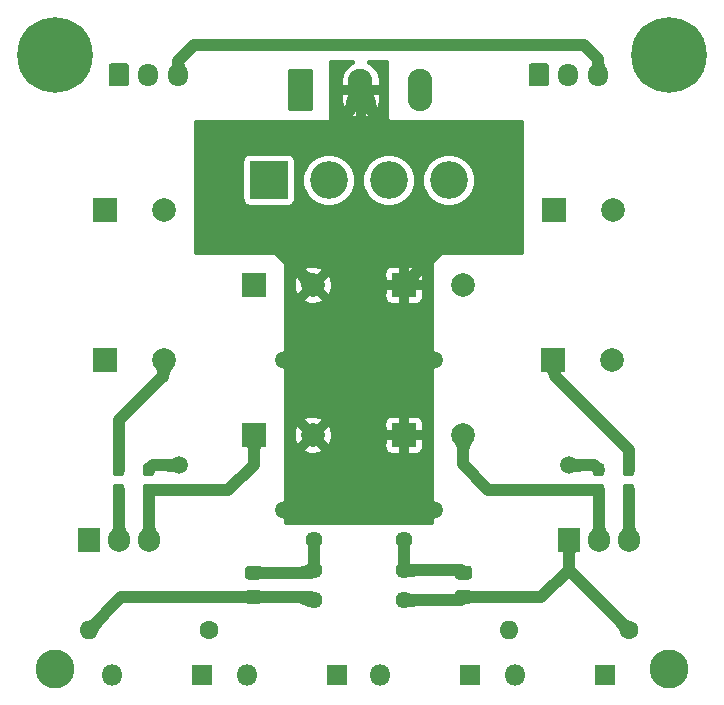
<source format=gbl>
G04 #@! TF.GenerationSoftware,KiCad,Pcbnew,(5.1.5)-3*
G04 #@! TF.CreationDate,2020-03-29T19:39:18+08:00*
G04 #@! TF.ProjectId,317337,33313733-3337-42e6-9b69-6361645f7063,rev?*
G04 #@! TF.SameCoordinates,Original*
G04 #@! TF.FileFunction,Copper,L2,Bot*
G04 #@! TF.FilePolarity,Positive*
%FSLAX46Y46*%
G04 Gerber Fmt 4.6, Leading zero omitted, Abs format (unit mm)*
G04 Created by KiCad (PCBNEW (5.1.5)-3) date 2020-03-29 19:39:18*
%MOMM*%
%LPD*%
G04 APERTURE LIST*
%ADD10O,1.600000X1.600000*%
%ADD11C,1.600000*%
%ADD12C,6.400000*%
%ADD13C,0.800000*%
%ADD14O,1.800000X1.800000*%
%ADD15R,1.800000X1.800000*%
%ADD16O,1.700000X1.950000*%
%ADD17C,0.100000*%
%ADD18O,2.080000X3.600000*%
%ADD19C,2.000000*%
%ADD20R,2.000000X2.000000*%
%ADD21O,1.905000X2.000000*%
%ADD22R,1.905000X2.000000*%
%ADD23C,1.440000*%
%ADD24R,3.200000X3.200000*%
%ADD25C,3.200000*%
%ADD26C,3.300000*%
%ADD27C,1.500000*%
%ADD28C,1.000000*%
%ADD29C,0.400000*%
%ADD30C,0.025400*%
G04 APERTURE END LIST*
D10*
X116840000Y-92710000D03*
D11*
X127000000Y-92710000D03*
D12*
X114000000Y-44000000D03*
D13*
X116400000Y-44000000D03*
X115697056Y-45697056D03*
X114000000Y-46400000D03*
X112302944Y-45697056D03*
X111600000Y-44000000D03*
X112302944Y-42302944D03*
X114000000Y-41600000D03*
X115697056Y-42302944D03*
X167697056Y-42302944D03*
X166000000Y-41600000D03*
X164302944Y-42302944D03*
X163600000Y-44000000D03*
X164302944Y-45697056D03*
X166000000Y-46400000D03*
X167697056Y-45697056D03*
X168400000Y-44000000D03*
D12*
X166000000Y-44000000D03*
D14*
X152940000Y-96520000D03*
D15*
X160560000Y-96520000D03*
D10*
X152400000Y-92710000D03*
D11*
X162560000Y-92710000D03*
D16*
X159940000Y-45720000D03*
X157440000Y-45720000D03*
G04 #@! TA.AperFunction,ComponentPad*
D17*
G36*
X155564504Y-44746204D02*
G01*
X155588773Y-44749804D01*
X155612571Y-44755765D01*
X155635671Y-44764030D01*
X155657849Y-44774520D01*
X155678893Y-44787133D01*
X155698598Y-44801747D01*
X155716777Y-44818223D01*
X155733253Y-44836402D01*
X155747867Y-44856107D01*
X155760480Y-44877151D01*
X155770970Y-44899329D01*
X155779235Y-44922429D01*
X155785196Y-44946227D01*
X155788796Y-44970496D01*
X155790000Y-44995000D01*
X155790000Y-46445000D01*
X155788796Y-46469504D01*
X155785196Y-46493773D01*
X155779235Y-46517571D01*
X155770970Y-46540671D01*
X155760480Y-46562849D01*
X155747867Y-46583893D01*
X155733253Y-46603598D01*
X155716777Y-46621777D01*
X155698598Y-46638253D01*
X155678893Y-46652867D01*
X155657849Y-46665480D01*
X155635671Y-46675970D01*
X155612571Y-46684235D01*
X155588773Y-46690196D01*
X155564504Y-46693796D01*
X155540000Y-46695000D01*
X154340000Y-46695000D01*
X154315496Y-46693796D01*
X154291227Y-46690196D01*
X154267429Y-46684235D01*
X154244329Y-46675970D01*
X154222151Y-46665480D01*
X154201107Y-46652867D01*
X154181402Y-46638253D01*
X154163223Y-46621777D01*
X154146747Y-46603598D01*
X154132133Y-46583893D01*
X154119520Y-46562849D01*
X154109030Y-46540671D01*
X154100765Y-46517571D01*
X154094804Y-46493773D01*
X154091204Y-46469504D01*
X154090000Y-46445000D01*
X154090000Y-44995000D01*
X154091204Y-44970496D01*
X154094804Y-44946227D01*
X154100765Y-44922429D01*
X154109030Y-44899329D01*
X154119520Y-44877151D01*
X154132133Y-44856107D01*
X154146747Y-44836402D01*
X154163223Y-44818223D01*
X154181402Y-44801747D01*
X154201107Y-44787133D01*
X154222151Y-44774520D01*
X154244329Y-44764030D01*
X154267429Y-44755765D01*
X154291227Y-44749804D01*
X154315496Y-44746204D01*
X154340000Y-44745000D01*
X155540000Y-44745000D01*
X155564504Y-44746204D01*
G37*
G04 #@! TD.AperFunction*
D18*
X144940000Y-46990000D03*
X139860000Y-46990000D03*
G04 #@! TA.AperFunction,ComponentPad*
D17*
G36*
X135594505Y-45191204D02*
G01*
X135618773Y-45194804D01*
X135642572Y-45200765D01*
X135665671Y-45209030D01*
X135687850Y-45219520D01*
X135708893Y-45232132D01*
X135728599Y-45246747D01*
X135746777Y-45263223D01*
X135763253Y-45281401D01*
X135777868Y-45301107D01*
X135790480Y-45322150D01*
X135800970Y-45344329D01*
X135809235Y-45367428D01*
X135815196Y-45391227D01*
X135818796Y-45415495D01*
X135820000Y-45439999D01*
X135820000Y-48540001D01*
X135818796Y-48564505D01*
X135815196Y-48588773D01*
X135809235Y-48612572D01*
X135800970Y-48635671D01*
X135790480Y-48657850D01*
X135777868Y-48678893D01*
X135763253Y-48698599D01*
X135746777Y-48716777D01*
X135728599Y-48733253D01*
X135708893Y-48747868D01*
X135687850Y-48760480D01*
X135665671Y-48770970D01*
X135642572Y-48779235D01*
X135618773Y-48785196D01*
X135594505Y-48788796D01*
X135570001Y-48790000D01*
X133989999Y-48790000D01*
X133965495Y-48788796D01*
X133941227Y-48785196D01*
X133917428Y-48779235D01*
X133894329Y-48770970D01*
X133872150Y-48760480D01*
X133851107Y-48747868D01*
X133831401Y-48733253D01*
X133813223Y-48716777D01*
X133796747Y-48698599D01*
X133782132Y-48678893D01*
X133769520Y-48657850D01*
X133759030Y-48635671D01*
X133750765Y-48612572D01*
X133744804Y-48588773D01*
X133741204Y-48564505D01*
X133740000Y-48540001D01*
X133740000Y-45439999D01*
X133741204Y-45415495D01*
X133744804Y-45391227D01*
X133750765Y-45367428D01*
X133759030Y-45344329D01*
X133769520Y-45322150D01*
X133782132Y-45301107D01*
X133796747Y-45281401D01*
X133813223Y-45263223D01*
X133831401Y-45246747D01*
X133851107Y-45232132D01*
X133872150Y-45219520D01*
X133894329Y-45209030D01*
X133917428Y-45200765D01*
X133941227Y-45194804D01*
X133965495Y-45191204D01*
X133989999Y-45190000D01*
X135570001Y-45190000D01*
X135594505Y-45191204D01*
G37*
G04 #@! TD.AperFunction*
D14*
X118840000Y-96520000D03*
D15*
X126460000Y-96520000D03*
D19*
X161163000Y-69850000D03*
D20*
X156163000Y-69850000D03*
D19*
X123190000Y-69850000D03*
D20*
X118190000Y-69850000D03*
G04 #@! TA.AperFunction,SMDPad,CuDef*
D17*
G36*
X162820779Y-80361144D02*
G01*
X162843834Y-80364563D01*
X162866443Y-80370227D01*
X162888387Y-80378079D01*
X162909457Y-80388044D01*
X162929448Y-80400026D01*
X162948168Y-80413910D01*
X162965438Y-80429562D01*
X162981090Y-80446832D01*
X162994974Y-80465552D01*
X163006956Y-80485543D01*
X163016921Y-80506613D01*
X163024773Y-80528557D01*
X163030437Y-80551166D01*
X163033856Y-80574221D01*
X163035000Y-80597500D01*
X163035000Y-81172500D01*
X163033856Y-81195779D01*
X163030437Y-81218834D01*
X163024773Y-81241443D01*
X163016921Y-81263387D01*
X163006956Y-81284457D01*
X162994974Y-81304448D01*
X162981090Y-81323168D01*
X162965438Y-81340438D01*
X162948168Y-81356090D01*
X162929448Y-81369974D01*
X162909457Y-81381956D01*
X162888387Y-81391921D01*
X162866443Y-81399773D01*
X162843834Y-81405437D01*
X162820779Y-81408856D01*
X162797500Y-81410000D01*
X162322500Y-81410000D01*
X162299221Y-81408856D01*
X162276166Y-81405437D01*
X162253557Y-81399773D01*
X162231613Y-81391921D01*
X162210543Y-81381956D01*
X162190552Y-81369974D01*
X162171832Y-81356090D01*
X162154562Y-81340438D01*
X162138910Y-81323168D01*
X162125026Y-81304448D01*
X162113044Y-81284457D01*
X162103079Y-81263387D01*
X162095227Y-81241443D01*
X162089563Y-81218834D01*
X162086144Y-81195779D01*
X162085000Y-81172500D01*
X162085000Y-80597500D01*
X162086144Y-80574221D01*
X162089563Y-80551166D01*
X162095227Y-80528557D01*
X162103079Y-80506613D01*
X162113044Y-80485543D01*
X162125026Y-80465552D01*
X162138910Y-80446832D01*
X162154562Y-80429562D01*
X162171832Y-80413910D01*
X162190552Y-80400026D01*
X162210543Y-80388044D01*
X162231613Y-80378079D01*
X162253557Y-80370227D01*
X162276166Y-80364563D01*
X162299221Y-80361144D01*
X162322500Y-80360000D01*
X162797500Y-80360000D01*
X162820779Y-80361144D01*
G37*
G04 #@! TD.AperFunction*
G04 #@! TA.AperFunction,SMDPad,CuDef*
G36*
X162820779Y-78611144D02*
G01*
X162843834Y-78614563D01*
X162866443Y-78620227D01*
X162888387Y-78628079D01*
X162909457Y-78638044D01*
X162929448Y-78650026D01*
X162948168Y-78663910D01*
X162965438Y-78679562D01*
X162981090Y-78696832D01*
X162994974Y-78715552D01*
X163006956Y-78735543D01*
X163016921Y-78756613D01*
X163024773Y-78778557D01*
X163030437Y-78801166D01*
X163033856Y-78824221D01*
X163035000Y-78847500D01*
X163035000Y-79422500D01*
X163033856Y-79445779D01*
X163030437Y-79468834D01*
X163024773Y-79491443D01*
X163016921Y-79513387D01*
X163006956Y-79534457D01*
X162994974Y-79554448D01*
X162981090Y-79573168D01*
X162965438Y-79590438D01*
X162948168Y-79606090D01*
X162929448Y-79619974D01*
X162909457Y-79631956D01*
X162888387Y-79641921D01*
X162866443Y-79649773D01*
X162843834Y-79655437D01*
X162820779Y-79658856D01*
X162797500Y-79660000D01*
X162322500Y-79660000D01*
X162299221Y-79658856D01*
X162276166Y-79655437D01*
X162253557Y-79649773D01*
X162231613Y-79641921D01*
X162210543Y-79631956D01*
X162190552Y-79619974D01*
X162171832Y-79606090D01*
X162154562Y-79590438D01*
X162138910Y-79573168D01*
X162125026Y-79554448D01*
X162113044Y-79534457D01*
X162103079Y-79513387D01*
X162095227Y-79491443D01*
X162089563Y-79468834D01*
X162086144Y-79445779D01*
X162085000Y-79422500D01*
X162085000Y-78847500D01*
X162086144Y-78824221D01*
X162089563Y-78801166D01*
X162095227Y-78778557D01*
X162103079Y-78756613D01*
X162113044Y-78735543D01*
X162125026Y-78715552D01*
X162138910Y-78696832D01*
X162154562Y-78679562D01*
X162171832Y-78663910D01*
X162190552Y-78650026D01*
X162210543Y-78638044D01*
X162231613Y-78628079D01*
X162253557Y-78620227D01*
X162276166Y-78614563D01*
X162299221Y-78611144D01*
X162322500Y-78610000D01*
X162797500Y-78610000D01*
X162820779Y-78611144D01*
G37*
G04 #@! TD.AperFunction*
G04 #@! TA.AperFunction,SMDPad,CuDef*
G36*
X119640779Y-78611144D02*
G01*
X119663834Y-78614563D01*
X119686443Y-78620227D01*
X119708387Y-78628079D01*
X119729457Y-78638044D01*
X119749448Y-78650026D01*
X119768168Y-78663910D01*
X119785438Y-78679562D01*
X119801090Y-78696832D01*
X119814974Y-78715552D01*
X119826956Y-78735543D01*
X119836921Y-78756613D01*
X119844773Y-78778557D01*
X119850437Y-78801166D01*
X119853856Y-78824221D01*
X119855000Y-78847500D01*
X119855000Y-79422500D01*
X119853856Y-79445779D01*
X119850437Y-79468834D01*
X119844773Y-79491443D01*
X119836921Y-79513387D01*
X119826956Y-79534457D01*
X119814974Y-79554448D01*
X119801090Y-79573168D01*
X119785438Y-79590438D01*
X119768168Y-79606090D01*
X119749448Y-79619974D01*
X119729457Y-79631956D01*
X119708387Y-79641921D01*
X119686443Y-79649773D01*
X119663834Y-79655437D01*
X119640779Y-79658856D01*
X119617500Y-79660000D01*
X119142500Y-79660000D01*
X119119221Y-79658856D01*
X119096166Y-79655437D01*
X119073557Y-79649773D01*
X119051613Y-79641921D01*
X119030543Y-79631956D01*
X119010552Y-79619974D01*
X118991832Y-79606090D01*
X118974562Y-79590438D01*
X118958910Y-79573168D01*
X118945026Y-79554448D01*
X118933044Y-79534457D01*
X118923079Y-79513387D01*
X118915227Y-79491443D01*
X118909563Y-79468834D01*
X118906144Y-79445779D01*
X118905000Y-79422500D01*
X118905000Y-78847500D01*
X118906144Y-78824221D01*
X118909563Y-78801166D01*
X118915227Y-78778557D01*
X118923079Y-78756613D01*
X118933044Y-78735543D01*
X118945026Y-78715552D01*
X118958910Y-78696832D01*
X118974562Y-78679562D01*
X118991832Y-78663910D01*
X119010552Y-78650026D01*
X119030543Y-78638044D01*
X119051613Y-78628079D01*
X119073557Y-78620227D01*
X119096166Y-78614563D01*
X119119221Y-78611144D01*
X119142500Y-78610000D01*
X119617500Y-78610000D01*
X119640779Y-78611144D01*
G37*
G04 #@! TD.AperFunction*
G04 #@! TA.AperFunction,SMDPad,CuDef*
G36*
X119640779Y-80361144D02*
G01*
X119663834Y-80364563D01*
X119686443Y-80370227D01*
X119708387Y-80378079D01*
X119729457Y-80388044D01*
X119749448Y-80400026D01*
X119768168Y-80413910D01*
X119785438Y-80429562D01*
X119801090Y-80446832D01*
X119814974Y-80465552D01*
X119826956Y-80485543D01*
X119836921Y-80506613D01*
X119844773Y-80528557D01*
X119850437Y-80551166D01*
X119853856Y-80574221D01*
X119855000Y-80597500D01*
X119855000Y-81172500D01*
X119853856Y-81195779D01*
X119850437Y-81218834D01*
X119844773Y-81241443D01*
X119836921Y-81263387D01*
X119826956Y-81284457D01*
X119814974Y-81304448D01*
X119801090Y-81323168D01*
X119785438Y-81340438D01*
X119768168Y-81356090D01*
X119749448Y-81369974D01*
X119729457Y-81381956D01*
X119708387Y-81391921D01*
X119686443Y-81399773D01*
X119663834Y-81405437D01*
X119640779Y-81408856D01*
X119617500Y-81410000D01*
X119142500Y-81410000D01*
X119119221Y-81408856D01*
X119096166Y-81405437D01*
X119073557Y-81399773D01*
X119051613Y-81391921D01*
X119030543Y-81381956D01*
X119010552Y-81369974D01*
X118991832Y-81356090D01*
X118974562Y-81340438D01*
X118958910Y-81323168D01*
X118945026Y-81304448D01*
X118933044Y-81284457D01*
X118923079Y-81263387D01*
X118915227Y-81241443D01*
X118909563Y-81218834D01*
X118906144Y-81195779D01*
X118905000Y-81172500D01*
X118905000Y-80597500D01*
X118906144Y-80574221D01*
X118909563Y-80551166D01*
X118915227Y-80528557D01*
X118923079Y-80506613D01*
X118933044Y-80485543D01*
X118945026Y-80465552D01*
X118958910Y-80446832D01*
X118974562Y-80429562D01*
X118991832Y-80413910D01*
X119010552Y-80400026D01*
X119030543Y-80388044D01*
X119051613Y-80378079D01*
X119073557Y-80370227D01*
X119096166Y-80364563D01*
X119119221Y-80361144D01*
X119142500Y-80360000D01*
X119617500Y-80360000D01*
X119640779Y-80361144D01*
G37*
G04 #@! TD.AperFunction*
G04 #@! TA.AperFunction,SMDPad,CuDef*
G36*
X149064505Y-89351204D02*
G01*
X149088773Y-89354804D01*
X149112572Y-89360765D01*
X149135671Y-89369030D01*
X149157850Y-89379520D01*
X149178893Y-89392132D01*
X149198599Y-89406747D01*
X149216777Y-89423223D01*
X149233253Y-89441401D01*
X149247868Y-89461107D01*
X149260480Y-89482150D01*
X149270970Y-89504329D01*
X149279235Y-89527428D01*
X149285196Y-89551227D01*
X149288796Y-89575495D01*
X149290000Y-89599999D01*
X149290000Y-90250001D01*
X149288796Y-90274505D01*
X149285196Y-90298773D01*
X149279235Y-90322572D01*
X149270970Y-90345671D01*
X149260480Y-90367850D01*
X149247868Y-90388893D01*
X149233253Y-90408599D01*
X149216777Y-90426777D01*
X149198599Y-90443253D01*
X149178893Y-90457868D01*
X149157850Y-90470480D01*
X149135671Y-90480970D01*
X149112572Y-90489235D01*
X149088773Y-90495196D01*
X149064505Y-90498796D01*
X149040001Y-90500000D01*
X148139999Y-90500000D01*
X148115495Y-90498796D01*
X148091227Y-90495196D01*
X148067428Y-90489235D01*
X148044329Y-90480970D01*
X148022150Y-90470480D01*
X148001107Y-90457868D01*
X147981401Y-90443253D01*
X147963223Y-90426777D01*
X147946747Y-90408599D01*
X147932132Y-90388893D01*
X147919520Y-90367850D01*
X147909030Y-90345671D01*
X147900765Y-90322572D01*
X147894804Y-90298773D01*
X147891204Y-90274505D01*
X147890000Y-90250001D01*
X147890000Y-89599999D01*
X147891204Y-89575495D01*
X147894804Y-89551227D01*
X147900765Y-89527428D01*
X147909030Y-89504329D01*
X147919520Y-89482150D01*
X147932132Y-89461107D01*
X147946747Y-89441401D01*
X147963223Y-89423223D01*
X147981401Y-89406747D01*
X148001107Y-89392132D01*
X148022150Y-89379520D01*
X148044329Y-89369030D01*
X148067428Y-89360765D01*
X148091227Y-89354804D01*
X148115495Y-89351204D01*
X148139999Y-89350000D01*
X149040001Y-89350000D01*
X149064505Y-89351204D01*
G37*
G04 #@! TD.AperFunction*
G04 #@! TA.AperFunction,SMDPad,CuDef*
G36*
X149064505Y-87301204D02*
G01*
X149088773Y-87304804D01*
X149112572Y-87310765D01*
X149135671Y-87319030D01*
X149157850Y-87329520D01*
X149178893Y-87342132D01*
X149198599Y-87356747D01*
X149216777Y-87373223D01*
X149233253Y-87391401D01*
X149247868Y-87411107D01*
X149260480Y-87432150D01*
X149270970Y-87454329D01*
X149279235Y-87477428D01*
X149285196Y-87501227D01*
X149288796Y-87525495D01*
X149290000Y-87549999D01*
X149290000Y-88200001D01*
X149288796Y-88224505D01*
X149285196Y-88248773D01*
X149279235Y-88272572D01*
X149270970Y-88295671D01*
X149260480Y-88317850D01*
X149247868Y-88338893D01*
X149233253Y-88358599D01*
X149216777Y-88376777D01*
X149198599Y-88393253D01*
X149178893Y-88407868D01*
X149157850Y-88420480D01*
X149135671Y-88430970D01*
X149112572Y-88439235D01*
X149088773Y-88445196D01*
X149064505Y-88448796D01*
X149040001Y-88450000D01*
X148139999Y-88450000D01*
X148115495Y-88448796D01*
X148091227Y-88445196D01*
X148067428Y-88439235D01*
X148044329Y-88430970D01*
X148022150Y-88420480D01*
X148001107Y-88407868D01*
X147981401Y-88393253D01*
X147963223Y-88376777D01*
X147946747Y-88358599D01*
X147932132Y-88338893D01*
X147919520Y-88317850D01*
X147909030Y-88295671D01*
X147900765Y-88272572D01*
X147894804Y-88248773D01*
X147891204Y-88224505D01*
X147890000Y-88200001D01*
X147890000Y-87549999D01*
X147891204Y-87525495D01*
X147894804Y-87501227D01*
X147900765Y-87477428D01*
X147909030Y-87454329D01*
X147919520Y-87432150D01*
X147932132Y-87411107D01*
X147946747Y-87391401D01*
X147963223Y-87373223D01*
X147981401Y-87356747D01*
X148001107Y-87342132D01*
X148022150Y-87329520D01*
X148044329Y-87319030D01*
X148067428Y-87310765D01*
X148091227Y-87304804D01*
X148115495Y-87301204D01*
X148139999Y-87300000D01*
X149040001Y-87300000D01*
X149064505Y-87301204D01*
G37*
G04 #@! TD.AperFunction*
G04 #@! TA.AperFunction,SMDPad,CuDef*
G36*
X131284505Y-87301204D02*
G01*
X131308773Y-87304804D01*
X131332572Y-87310765D01*
X131355671Y-87319030D01*
X131377850Y-87329520D01*
X131398893Y-87342132D01*
X131418599Y-87356747D01*
X131436777Y-87373223D01*
X131453253Y-87391401D01*
X131467868Y-87411107D01*
X131480480Y-87432150D01*
X131490970Y-87454329D01*
X131499235Y-87477428D01*
X131505196Y-87501227D01*
X131508796Y-87525495D01*
X131510000Y-87549999D01*
X131510000Y-88200001D01*
X131508796Y-88224505D01*
X131505196Y-88248773D01*
X131499235Y-88272572D01*
X131490970Y-88295671D01*
X131480480Y-88317850D01*
X131467868Y-88338893D01*
X131453253Y-88358599D01*
X131436777Y-88376777D01*
X131418599Y-88393253D01*
X131398893Y-88407868D01*
X131377850Y-88420480D01*
X131355671Y-88430970D01*
X131332572Y-88439235D01*
X131308773Y-88445196D01*
X131284505Y-88448796D01*
X131260001Y-88450000D01*
X130359999Y-88450000D01*
X130335495Y-88448796D01*
X130311227Y-88445196D01*
X130287428Y-88439235D01*
X130264329Y-88430970D01*
X130242150Y-88420480D01*
X130221107Y-88407868D01*
X130201401Y-88393253D01*
X130183223Y-88376777D01*
X130166747Y-88358599D01*
X130152132Y-88338893D01*
X130139520Y-88317850D01*
X130129030Y-88295671D01*
X130120765Y-88272572D01*
X130114804Y-88248773D01*
X130111204Y-88224505D01*
X130110000Y-88200001D01*
X130110000Y-87549999D01*
X130111204Y-87525495D01*
X130114804Y-87501227D01*
X130120765Y-87477428D01*
X130129030Y-87454329D01*
X130139520Y-87432150D01*
X130152132Y-87411107D01*
X130166747Y-87391401D01*
X130183223Y-87373223D01*
X130201401Y-87356747D01*
X130221107Y-87342132D01*
X130242150Y-87329520D01*
X130264329Y-87319030D01*
X130287428Y-87310765D01*
X130311227Y-87304804D01*
X130335495Y-87301204D01*
X130359999Y-87300000D01*
X131260001Y-87300000D01*
X131284505Y-87301204D01*
G37*
G04 #@! TD.AperFunction*
G04 #@! TA.AperFunction,SMDPad,CuDef*
G36*
X131284505Y-89351204D02*
G01*
X131308773Y-89354804D01*
X131332572Y-89360765D01*
X131355671Y-89369030D01*
X131377850Y-89379520D01*
X131398893Y-89392132D01*
X131418599Y-89406747D01*
X131436777Y-89423223D01*
X131453253Y-89441401D01*
X131467868Y-89461107D01*
X131480480Y-89482150D01*
X131490970Y-89504329D01*
X131499235Y-89527428D01*
X131505196Y-89551227D01*
X131508796Y-89575495D01*
X131510000Y-89599999D01*
X131510000Y-90250001D01*
X131508796Y-90274505D01*
X131505196Y-90298773D01*
X131499235Y-90322572D01*
X131490970Y-90345671D01*
X131480480Y-90367850D01*
X131467868Y-90388893D01*
X131453253Y-90408599D01*
X131436777Y-90426777D01*
X131418599Y-90443253D01*
X131398893Y-90457868D01*
X131377850Y-90470480D01*
X131355671Y-90480970D01*
X131332572Y-90489235D01*
X131308773Y-90495196D01*
X131284505Y-90498796D01*
X131260001Y-90500000D01*
X130359999Y-90500000D01*
X130335495Y-90498796D01*
X130311227Y-90495196D01*
X130287428Y-90489235D01*
X130264329Y-90480970D01*
X130242150Y-90470480D01*
X130221107Y-90457868D01*
X130201401Y-90443253D01*
X130183223Y-90426777D01*
X130166747Y-90408599D01*
X130152132Y-90388893D01*
X130139520Y-90367850D01*
X130129030Y-90345671D01*
X130120765Y-90322572D01*
X130114804Y-90298773D01*
X130111204Y-90274505D01*
X130110000Y-90250001D01*
X130110000Y-89599999D01*
X130111204Y-89575495D01*
X130114804Y-89551227D01*
X130120765Y-89527428D01*
X130129030Y-89504329D01*
X130139520Y-89482150D01*
X130152132Y-89461107D01*
X130166747Y-89441401D01*
X130183223Y-89423223D01*
X130201401Y-89406747D01*
X130221107Y-89392132D01*
X130242150Y-89379520D01*
X130264329Y-89369030D01*
X130287428Y-89360765D01*
X130311227Y-89354804D01*
X130335495Y-89351204D01*
X130359999Y-89350000D01*
X131260001Y-89350000D01*
X131284505Y-89351204D01*
G37*
G04 #@! TD.AperFunction*
D21*
X162560000Y-85090000D03*
X160020000Y-85090000D03*
D22*
X157480000Y-85090000D03*
D21*
X121920000Y-85090000D03*
X119380000Y-85090000D03*
D22*
X116840000Y-85090000D03*
D23*
X143510000Y-85090000D03*
X143510000Y-87630000D03*
X143510000Y-90170000D03*
X135890000Y-85090000D03*
X135890000Y-87630000D03*
X135890000Y-90170000D03*
D16*
X124380000Y-45720000D03*
X121880000Y-45720000D03*
G04 #@! TA.AperFunction,ComponentPad*
D17*
G36*
X120004504Y-44746204D02*
G01*
X120028773Y-44749804D01*
X120052571Y-44755765D01*
X120075671Y-44764030D01*
X120097849Y-44774520D01*
X120118893Y-44787133D01*
X120138598Y-44801747D01*
X120156777Y-44818223D01*
X120173253Y-44836402D01*
X120187867Y-44856107D01*
X120200480Y-44877151D01*
X120210970Y-44899329D01*
X120219235Y-44922429D01*
X120225196Y-44946227D01*
X120228796Y-44970496D01*
X120230000Y-44995000D01*
X120230000Y-46445000D01*
X120228796Y-46469504D01*
X120225196Y-46493773D01*
X120219235Y-46517571D01*
X120210970Y-46540671D01*
X120200480Y-46562849D01*
X120187867Y-46583893D01*
X120173253Y-46603598D01*
X120156777Y-46621777D01*
X120138598Y-46638253D01*
X120118893Y-46652867D01*
X120097849Y-46665480D01*
X120075671Y-46675970D01*
X120052571Y-46684235D01*
X120028773Y-46690196D01*
X120004504Y-46693796D01*
X119980000Y-46695000D01*
X118780000Y-46695000D01*
X118755496Y-46693796D01*
X118731227Y-46690196D01*
X118707429Y-46684235D01*
X118684329Y-46675970D01*
X118662151Y-46665480D01*
X118641107Y-46652867D01*
X118621402Y-46638253D01*
X118603223Y-46621777D01*
X118586747Y-46603598D01*
X118572133Y-46583893D01*
X118559520Y-46562849D01*
X118549030Y-46540671D01*
X118540765Y-46517571D01*
X118534804Y-46493773D01*
X118531204Y-46469504D01*
X118530000Y-46445000D01*
X118530000Y-44995000D01*
X118531204Y-44970496D01*
X118534804Y-44946227D01*
X118540765Y-44922429D01*
X118549030Y-44899329D01*
X118559520Y-44877151D01*
X118572133Y-44856107D01*
X118586747Y-44836402D01*
X118603223Y-44818223D01*
X118621402Y-44801747D01*
X118641107Y-44787133D01*
X118662151Y-44774520D01*
X118684329Y-44764030D01*
X118707429Y-44755765D01*
X118731227Y-44749804D01*
X118755496Y-44746204D01*
X118780000Y-44745000D01*
X119980000Y-44745000D01*
X120004504Y-44746204D01*
G37*
G04 #@! TD.AperFunction*
D14*
X141510000Y-96520000D03*
D15*
X149130000Y-96520000D03*
D14*
X130270000Y-96520000D03*
D15*
X137890000Y-96520000D03*
D24*
X132080000Y-54610000D03*
D25*
X137160000Y-54610000D03*
X142240000Y-54610000D03*
X147320000Y-54610000D03*
D19*
X161210000Y-57150000D03*
D20*
X156210000Y-57150000D03*
D19*
X123190000Y-57150000D03*
D20*
X118190000Y-57150000D03*
G04 #@! TA.AperFunction,SMDPad,CuDef*
D17*
G36*
X160280779Y-80361144D02*
G01*
X160303834Y-80364563D01*
X160326443Y-80370227D01*
X160348387Y-80378079D01*
X160369457Y-80388044D01*
X160389448Y-80400026D01*
X160408168Y-80413910D01*
X160425438Y-80429562D01*
X160441090Y-80446832D01*
X160454974Y-80465552D01*
X160466956Y-80485543D01*
X160476921Y-80506613D01*
X160484773Y-80528557D01*
X160490437Y-80551166D01*
X160493856Y-80574221D01*
X160495000Y-80597500D01*
X160495000Y-81172500D01*
X160493856Y-81195779D01*
X160490437Y-81218834D01*
X160484773Y-81241443D01*
X160476921Y-81263387D01*
X160466956Y-81284457D01*
X160454974Y-81304448D01*
X160441090Y-81323168D01*
X160425438Y-81340438D01*
X160408168Y-81356090D01*
X160389448Y-81369974D01*
X160369457Y-81381956D01*
X160348387Y-81391921D01*
X160326443Y-81399773D01*
X160303834Y-81405437D01*
X160280779Y-81408856D01*
X160257500Y-81410000D01*
X159782500Y-81410000D01*
X159759221Y-81408856D01*
X159736166Y-81405437D01*
X159713557Y-81399773D01*
X159691613Y-81391921D01*
X159670543Y-81381956D01*
X159650552Y-81369974D01*
X159631832Y-81356090D01*
X159614562Y-81340438D01*
X159598910Y-81323168D01*
X159585026Y-81304448D01*
X159573044Y-81284457D01*
X159563079Y-81263387D01*
X159555227Y-81241443D01*
X159549563Y-81218834D01*
X159546144Y-81195779D01*
X159545000Y-81172500D01*
X159545000Y-80597500D01*
X159546144Y-80574221D01*
X159549563Y-80551166D01*
X159555227Y-80528557D01*
X159563079Y-80506613D01*
X159573044Y-80485543D01*
X159585026Y-80465552D01*
X159598910Y-80446832D01*
X159614562Y-80429562D01*
X159631832Y-80413910D01*
X159650552Y-80400026D01*
X159670543Y-80388044D01*
X159691613Y-80378079D01*
X159713557Y-80370227D01*
X159736166Y-80364563D01*
X159759221Y-80361144D01*
X159782500Y-80360000D01*
X160257500Y-80360000D01*
X160280779Y-80361144D01*
G37*
G04 #@! TD.AperFunction*
G04 #@! TA.AperFunction,SMDPad,CuDef*
G36*
X160280779Y-78611144D02*
G01*
X160303834Y-78614563D01*
X160326443Y-78620227D01*
X160348387Y-78628079D01*
X160369457Y-78638044D01*
X160389448Y-78650026D01*
X160408168Y-78663910D01*
X160425438Y-78679562D01*
X160441090Y-78696832D01*
X160454974Y-78715552D01*
X160466956Y-78735543D01*
X160476921Y-78756613D01*
X160484773Y-78778557D01*
X160490437Y-78801166D01*
X160493856Y-78824221D01*
X160495000Y-78847500D01*
X160495000Y-79422500D01*
X160493856Y-79445779D01*
X160490437Y-79468834D01*
X160484773Y-79491443D01*
X160476921Y-79513387D01*
X160466956Y-79534457D01*
X160454974Y-79554448D01*
X160441090Y-79573168D01*
X160425438Y-79590438D01*
X160408168Y-79606090D01*
X160389448Y-79619974D01*
X160369457Y-79631956D01*
X160348387Y-79641921D01*
X160326443Y-79649773D01*
X160303834Y-79655437D01*
X160280779Y-79658856D01*
X160257500Y-79660000D01*
X159782500Y-79660000D01*
X159759221Y-79658856D01*
X159736166Y-79655437D01*
X159713557Y-79649773D01*
X159691613Y-79641921D01*
X159670543Y-79631956D01*
X159650552Y-79619974D01*
X159631832Y-79606090D01*
X159614562Y-79590438D01*
X159598910Y-79573168D01*
X159585026Y-79554448D01*
X159573044Y-79534457D01*
X159563079Y-79513387D01*
X159555227Y-79491443D01*
X159549563Y-79468834D01*
X159546144Y-79445779D01*
X159545000Y-79422500D01*
X159545000Y-78847500D01*
X159546144Y-78824221D01*
X159549563Y-78801166D01*
X159555227Y-78778557D01*
X159563079Y-78756613D01*
X159573044Y-78735543D01*
X159585026Y-78715552D01*
X159598910Y-78696832D01*
X159614562Y-78679562D01*
X159631832Y-78663910D01*
X159650552Y-78650026D01*
X159670543Y-78638044D01*
X159691613Y-78628079D01*
X159713557Y-78620227D01*
X159736166Y-78614563D01*
X159759221Y-78611144D01*
X159782500Y-78610000D01*
X160257500Y-78610000D01*
X160280779Y-78611144D01*
G37*
G04 #@! TD.AperFunction*
G04 #@! TA.AperFunction,SMDPad,CuDef*
G36*
X122180779Y-78611144D02*
G01*
X122203834Y-78614563D01*
X122226443Y-78620227D01*
X122248387Y-78628079D01*
X122269457Y-78638044D01*
X122289448Y-78650026D01*
X122308168Y-78663910D01*
X122325438Y-78679562D01*
X122341090Y-78696832D01*
X122354974Y-78715552D01*
X122366956Y-78735543D01*
X122376921Y-78756613D01*
X122384773Y-78778557D01*
X122390437Y-78801166D01*
X122393856Y-78824221D01*
X122395000Y-78847500D01*
X122395000Y-79422500D01*
X122393856Y-79445779D01*
X122390437Y-79468834D01*
X122384773Y-79491443D01*
X122376921Y-79513387D01*
X122366956Y-79534457D01*
X122354974Y-79554448D01*
X122341090Y-79573168D01*
X122325438Y-79590438D01*
X122308168Y-79606090D01*
X122289448Y-79619974D01*
X122269457Y-79631956D01*
X122248387Y-79641921D01*
X122226443Y-79649773D01*
X122203834Y-79655437D01*
X122180779Y-79658856D01*
X122157500Y-79660000D01*
X121682500Y-79660000D01*
X121659221Y-79658856D01*
X121636166Y-79655437D01*
X121613557Y-79649773D01*
X121591613Y-79641921D01*
X121570543Y-79631956D01*
X121550552Y-79619974D01*
X121531832Y-79606090D01*
X121514562Y-79590438D01*
X121498910Y-79573168D01*
X121485026Y-79554448D01*
X121473044Y-79534457D01*
X121463079Y-79513387D01*
X121455227Y-79491443D01*
X121449563Y-79468834D01*
X121446144Y-79445779D01*
X121445000Y-79422500D01*
X121445000Y-78847500D01*
X121446144Y-78824221D01*
X121449563Y-78801166D01*
X121455227Y-78778557D01*
X121463079Y-78756613D01*
X121473044Y-78735543D01*
X121485026Y-78715552D01*
X121498910Y-78696832D01*
X121514562Y-78679562D01*
X121531832Y-78663910D01*
X121550552Y-78650026D01*
X121570543Y-78638044D01*
X121591613Y-78628079D01*
X121613557Y-78620227D01*
X121636166Y-78614563D01*
X121659221Y-78611144D01*
X121682500Y-78610000D01*
X122157500Y-78610000D01*
X122180779Y-78611144D01*
G37*
G04 #@! TD.AperFunction*
G04 #@! TA.AperFunction,SMDPad,CuDef*
G36*
X122180779Y-80361144D02*
G01*
X122203834Y-80364563D01*
X122226443Y-80370227D01*
X122248387Y-80378079D01*
X122269457Y-80388044D01*
X122289448Y-80400026D01*
X122308168Y-80413910D01*
X122325438Y-80429562D01*
X122341090Y-80446832D01*
X122354974Y-80465552D01*
X122366956Y-80485543D01*
X122376921Y-80506613D01*
X122384773Y-80528557D01*
X122390437Y-80551166D01*
X122393856Y-80574221D01*
X122395000Y-80597500D01*
X122395000Y-81172500D01*
X122393856Y-81195779D01*
X122390437Y-81218834D01*
X122384773Y-81241443D01*
X122376921Y-81263387D01*
X122366956Y-81284457D01*
X122354974Y-81304448D01*
X122341090Y-81323168D01*
X122325438Y-81340438D01*
X122308168Y-81356090D01*
X122289448Y-81369974D01*
X122269457Y-81381956D01*
X122248387Y-81391921D01*
X122226443Y-81399773D01*
X122203834Y-81405437D01*
X122180779Y-81408856D01*
X122157500Y-81410000D01*
X121682500Y-81410000D01*
X121659221Y-81408856D01*
X121636166Y-81405437D01*
X121613557Y-81399773D01*
X121591613Y-81391921D01*
X121570543Y-81381956D01*
X121550552Y-81369974D01*
X121531832Y-81356090D01*
X121514562Y-81340438D01*
X121498910Y-81323168D01*
X121485026Y-81304448D01*
X121473044Y-81284457D01*
X121463079Y-81263387D01*
X121455227Y-81241443D01*
X121449563Y-81218834D01*
X121446144Y-81195779D01*
X121445000Y-81172500D01*
X121445000Y-80597500D01*
X121446144Y-80574221D01*
X121449563Y-80551166D01*
X121455227Y-80528557D01*
X121463079Y-80506613D01*
X121473044Y-80485543D01*
X121485026Y-80465552D01*
X121498910Y-80446832D01*
X121514562Y-80429562D01*
X121531832Y-80413910D01*
X121550552Y-80400026D01*
X121570543Y-80388044D01*
X121591613Y-80378079D01*
X121613557Y-80370227D01*
X121636166Y-80364563D01*
X121659221Y-80361144D01*
X121682500Y-80360000D01*
X122157500Y-80360000D01*
X122180779Y-80361144D01*
G37*
G04 #@! TD.AperFunction*
D19*
X148510000Y-76200000D03*
D20*
X143510000Y-76200000D03*
D19*
X135810000Y-76200000D03*
D20*
X130810000Y-76200000D03*
D19*
X148510000Y-63500000D03*
D20*
X143510000Y-63500000D03*
D19*
X135810000Y-63500000D03*
D20*
X130810000Y-63500000D03*
D26*
X166000000Y-96000000D03*
X114000000Y-96000000D03*
D27*
X139700000Y-50800000D03*
X124460000Y-78740000D03*
X157480000Y-78740000D03*
X146050000Y-50800000D03*
X133350000Y-50800000D03*
X127000000Y-50800000D03*
X152400000Y-50800000D03*
X152400000Y-57150000D03*
X127000000Y-57150000D03*
X139700000Y-69850000D03*
X139700000Y-63500000D03*
X139700000Y-76200000D03*
X133350000Y-69850000D03*
X146050000Y-69850000D03*
X139700000Y-58420000D03*
X133350000Y-58420000D03*
X146050000Y-58420000D03*
X139700000Y-82550000D03*
X133350000Y-82550000D03*
X146050000Y-82550000D03*
D28*
X121920000Y-80885000D02*
X121920000Y-85090000D01*
X122395000Y-80885000D02*
X121920000Y-80885000D01*
X128665000Y-80885000D02*
X122395000Y-80885000D01*
X130810000Y-76200000D02*
X130810000Y-78740000D01*
X130810000Y-78740000D02*
X128665000Y-80885000D01*
X160020000Y-80885000D02*
X160020000Y-85090000D01*
X150695000Y-80885000D02*
X160020000Y-80885000D01*
X148510000Y-76200000D02*
X148510000Y-78700000D01*
X148510000Y-78700000D02*
X150695000Y-80885000D01*
X139860000Y-47750000D02*
X142910000Y-50800000D01*
X139860000Y-46990000D02*
X139860000Y-47750000D01*
X139860000Y-47750000D02*
X136810000Y-50800000D01*
X136810000Y-50800000D02*
X129540000Y-50800000D01*
X142910000Y-50800000D02*
X151130000Y-50800000D01*
X151130000Y-50800000D02*
X151860000Y-50800000D01*
X151130000Y-55880000D02*
X151130000Y-50800000D01*
X143510000Y-63500000D02*
X151130000Y-55880000D01*
X128270000Y-55960000D02*
X128270000Y-50800000D01*
X129540000Y-50800000D02*
X128270000Y-50800000D01*
X135810000Y-63500000D02*
X128270000Y-55960000D01*
X135645000Y-87875000D02*
X135890000Y-87630000D01*
X130810000Y-87875000D02*
X135645000Y-87875000D01*
X148345000Y-87630000D02*
X148590000Y-87875000D01*
X143510000Y-87630000D02*
X148345000Y-87630000D01*
X143510000Y-85090000D02*
X143510000Y-87630000D01*
X135890000Y-87630000D02*
X135890000Y-85090000D01*
X156290000Y-71200000D02*
X156290000Y-69850000D01*
X162560000Y-79135000D02*
X162560000Y-77470000D01*
X162560000Y-77470000D02*
X156290000Y-71200000D01*
X123110000Y-71264213D02*
X123110000Y-69850000D01*
X123045787Y-71264213D02*
X123110000Y-71264213D01*
X119380000Y-79135000D02*
X119380000Y-74930000D01*
X119380000Y-74930000D02*
X123045787Y-71264213D01*
X122315000Y-78740000D02*
X121920000Y-79135000D01*
X124460000Y-78740000D02*
X122315000Y-78740000D01*
X159625000Y-78740000D02*
X160020000Y-79135000D01*
X157480000Y-78740000D02*
X159625000Y-78740000D01*
X119380000Y-85090000D02*
X119380000Y-80885000D01*
X159940000Y-44347500D02*
X159940000Y-45720000D01*
X125730000Y-43180000D02*
X158772500Y-43180000D01*
X124380000Y-45720000D02*
X124380000Y-44530000D01*
X158772500Y-43180000D02*
X159940000Y-44347500D01*
X124380000Y-44530000D02*
X125730000Y-43180000D01*
X162560000Y-85090000D02*
X162560000Y-80885000D01*
X135645000Y-89925000D02*
X135890000Y-90170000D01*
X130810000Y-89925000D02*
X135645000Y-89925000D01*
X119625000Y-89925000D02*
X116840000Y-92710000D01*
X130810000Y-89925000D02*
X119625000Y-89925000D01*
X148345000Y-90170000D02*
X148590000Y-89925000D01*
X143510000Y-90170000D02*
X148345000Y-90170000D01*
X157480000Y-87630000D02*
X162560000Y-92710000D01*
X157480000Y-85090000D02*
X157480000Y-87630000D01*
X155185000Y-89925000D02*
X157480000Y-87630000D01*
X148590000Y-89925000D02*
X155185000Y-89925000D01*
D29*
G36*
X139059603Y-44672129D02*
G01*
X138771057Y-44858213D01*
X138524358Y-45097014D01*
X138328987Y-45379355D01*
X138192452Y-45694386D01*
X138120000Y-46030000D01*
X138120000Y-46790000D01*
X138832379Y-46790000D01*
X138768172Y-46807246D01*
X138749072Y-46813420D01*
X138713957Y-46830860D01*
X138682921Y-46854816D01*
X138657153Y-46884367D01*
X138637647Y-46918376D01*
X138625149Y-46955538D01*
X138620142Y-46994424D01*
X138618198Y-47059469D01*
X138611464Y-47134586D01*
X138604137Y-47190000D01*
X138120000Y-47190000D01*
X138120000Y-47950000D01*
X138192452Y-48285614D01*
X138328987Y-48600645D01*
X138524358Y-48882986D01*
X138771057Y-49121787D01*
X139059603Y-49307871D01*
X139392070Y-49425901D01*
X139660000Y-49302168D01*
X139660000Y-48494206D01*
X139664056Y-48484802D01*
X139715186Y-48386163D01*
X139762806Y-48312262D01*
X139803724Y-48263725D01*
X139833076Y-48239319D01*
X139846544Y-48232754D01*
X139859999Y-48230691D01*
X139873454Y-48232754D01*
X139886923Y-48239319D01*
X139916275Y-48263725D01*
X139957193Y-48312262D01*
X140004813Y-48386163D01*
X140055943Y-48484802D01*
X140060000Y-48494208D01*
X140060000Y-49302168D01*
X140327930Y-49425901D01*
X140660397Y-49307871D01*
X140948943Y-49121787D01*
X141195642Y-48882986D01*
X141391013Y-48600645D01*
X141527548Y-48285614D01*
X141600000Y-47950000D01*
X141600000Y-47190000D01*
X141115862Y-47190000D01*
X141108535Y-47134586D01*
X141101801Y-47059469D01*
X141099858Y-46994427D01*
X141098252Y-46974415D01*
X141089372Y-46936227D01*
X141073213Y-46900505D01*
X141050395Y-46868622D01*
X141021796Y-46841803D01*
X140988514Y-46821079D01*
X140951828Y-46807246D01*
X140887621Y-46790000D01*
X141600000Y-46790000D01*
X141600000Y-46030000D01*
X141527548Y-45694386D01*
X141391013Y-45379355D01*
X141195642Y-45097014D01*
X140948943Y-44858213D01*
X140660397Y-44672129D01*
X140598064Y-44650000D01*
X142040000Y-44650000D01*
X142040000Y-49530000D01*
X142043843Y-49569018D01*
X142055224Y-49606537D01*
X142073706Y-49641114D01*
X142098579Y-49671421D01*
X142128886Y-49696294D01*
X142163463Y-49714776D01*
X142200982Y-49726157D01*
X142240000Y-49730000D01*
X153470000Y-49730000D01*
X153470000Y-60760000D01*
X146050000Y-60760000D01*
X146010982Y-60763843D01*
X145973463Y-60775224D01*
X145938886Y-60793706D01*
X145908579Y-60818579D01*
X145883706Y-60848886D01*
X145865224Y-60883463D01*
X145853843Y-60920982D01*
X145850000Y-60960000D01*
X145850000Y-83620000D01*
X133550000Y-83620000D01*
X133550000Y-77416313D01*
X134876530Y-77416313D01*
X134974638Y-77690037D01*
X135281381Y-77824377D01*
X135608439Y-77896293D01*
X135943242Y-77903022D01*
X136272925Y-77844305D01*
X136584818Y-77722398D01*
X136645362Y-77690037D01*
X136743470Y-77416313D01*
X136527157Y-77200000D01*
X141806613Y-77200000D01*
X141820128Y-77337224D01*
X141860155Y-77469175D01*
X141925155Y-77590781D01*
X142012630Y-77697370D01*
X142119219Y-77784845D01*
X142240825Y-77849845D01*
X142372776Y-77889872D01*
X142510000Y-77903387D01*
X143135000Y-77900000D01*
X143310000Y-77725000D01*
X143310000Y-76400000D01*
X143710000Y-76400000D01*
X143710000Y-77725000D01*
X143885000Y-77900000D01*
X144510000Y-77903387D01*
X144647224Y-77889872D01*
X144779175Y-77849845D01*
X144900781Y-77784845D01*
X145007370Y-77697370D01*
X145094845Y-77590781D01*
X145159845Y-77469175D01*
X145199872Y-77337224D01*
X145213387Y-77200000D01*
X145210000Y-76575000D01*
X145035000Y-76400000D01*
X143710000Y-76400000D01*
X143310000Y-76400000D01*
X141985000Y-76400000D01*
X141810000Y-76575000D01*
X141806613Y-77200000D01*
X136527157Y-77200000D01*
X135810000Y-76482843D01*
X134876530Y-77416313D01*
X133550000Y-77416313D01*
X133550000Y-76333242D01*
X134106978Y-76333242D01*
X134165695Y-76662925D01*
X134287602Y-76974818D01*
X134319963Y-77035362D01*
X134593687Y-77133470D01*
X135527157Y-76200000D01*
X136092843Y-76200000D01*
X137026313Y-77133470D01*
X137300037Y-77035362D01*
X137434377Y-76728619D01*
X137506293Y-76401561D01*
X137513022Y-76066758D01*
X137454305Y-75737075D01*
X137332398Y-75425182D01*
X137300037Y-75364638D01*
X137026313Y-75266530D01*
X136092843Y-76200000D01*
X135527157Y-76200000D01*
X134593687Y-75266530D01*
X134319963Y-75364638D01*
X134185623Y-75671381D01*
X134113707Y-75998439D01*
X134106978Y-76333242D01*
X133550000Y-76333242D01*
X133550000Y-74983687D01*
X134876530Y-74983687D01*
X135810000Y-75917157D01*
X136527157Y-75200000D01*
X141806613Y-75200000D01*
X141810000Y-75825000D01*
X141985000Y-76000000D01*
X143310000Y-76000000D01*
X143310000Y-74675000D01*
X143710000Y-74675000D01*
X143710000Y-76000000D01*
X145035000Y-76000000D01*
X145210000Y-75825000D01*
X145213387Y-75200000D01*
X145199872Y-75062776D01*
X145159845Y-74930825D01*
X145094845Y-74809219D01*
X145007370Y-74702630D01*
X144900781Y-74615155D01*
X144779175Y-74550155D01*
X144647224Y-74510128D01*
X144510000Y-74496613D01*
X143885000Y-74500000D01*
X143710000Y-74675000D01*
X143310000Y-74675000D01*
X143135000Y-74500000D01*
X142510000Y-74496613D01*
X142372776Y-74510128D01*
X142240825Y-74550155D01*
X142119219Y-74615155D01*
X142012630Y-74702630D01*
X141925155Y-74809219D01*
X141860155Y-74930825D01*
X141820128Y-75062776D01*
X141806613Y-75200000D01*
X136527157Y-75200000D01*
X136743470Y-74983687D01*
X136645362Y-74709963D01*
X136338619Y-74575623D01*
X136011561Y-74503707D01*
X135676758Y-74496978D01*
X135347075Y-74555695D01*
X135035182Y-74677602D01*
X134974638Y-74709963D01*
X134876530Y-74983687D01*
X133550000Y-74983687D01*
X133550000Y-63633242D01*
X134106978Y-63633242D01*
X134165695Y-63962925D01*
X134287602Y-64274818D01*
X134319963Y-64335362D01*
X134593687Y-64433470D01*
X135219964Y-63807193D01*
X135665877Y-63926966D01*
X134876530Y-64716313D01*
X134974638Y-64990037D01*
X135281381Y-65124377D01*
X135608439Y-65196293D01*
X135943242Y-65203022D01*
X136272925Y-65144305D01*
X136584818Y-65022398D01*
X136645362Y-64990037D01*
X136743470Y-64716313D01*
X136059979Y-64032822D01*
X136111672Y-64046707D01*
X136137568Y-64051858D01*
X136176755Y-64053117D01*
X136215434Y-64046707D01*
X136252120Y-64032874D01*
X136285402Y-64012150D01*
X136314001Y-63985331D01*
X136336819Y-63953448D01*
X136352978Y-63917726D01*
X136361858Y-63879538D01*
X136363117Y-63840351D01*
X136356707Y-63801672D01*
X136342822Y-63749979D01*
X137026313Y-64433470D01*
X137300037Y-64335362D01*
X137434377Y-64028619D01*
X137506293Y-63701561D01*
X137513022Y-63366758D01*
X137454305Y-63037075D01*
X137332398Y-62725182D01*
X137300037Y-62664638D01*
X137026313Y-62566530D01*
X136236966Y-63355877D01*
X136117193Y-62909964D01*
X136527157Y-62500000D01*
X141806613Y-62500000D01*
X141810000Y-63125000D01*
X141985000Y-63300000D01*
X143098043Y-63300000D01*
X142990602Y-63700000D01*
X141985000Y-63700000D01*
X141810000Y-63875000D01*
X141806613Y-64500000D01*
X141820128Y-64637224D01*
X141860155Y-64769175D01*
X141925155Y-64890781D01*
X142012630Y-64997370D01*
X142119219Y-65084845D01*
X142240825Y-65149845D01*
X142372776Y-65189872D01*
X142510000Y-65203387D01*
X143135000Y-65200000D01*
X143310000Y-65025000D01*
X143310000Y-64019398D01*
X143710000Y-63911957D01*
X143710000Y-65025000D01*
X143885000Y-65200000D01*
X144510000Y-65203387D01*
X144647224Y-65189872D01*
X144779175Y-65149845D01*
X144900781Y-65084845D01*
X145007370Y-64997370D01*
X145094845Y-64890781D01*
X145159845Y-64769175D01*
X145199872Y-64637224D01*
X145213387Y-64500000D01*
X145210000Y-63875000D01*
X145035000Y-63700000D01*
X144499113Y-63700000D01*
X144561830Y-63683154D01*
X144614372Y-63660575D01*
X144645643Y-63636925D01*
X144671700Y-63607630D01*
X144691540Y-63573813D01*
X144704402Y-63536776D01*
X144709791Y-63497942D01*
X144711622Y-63451868D01*
X144716716Y-63415346D01*
X144725669Y-63377964D01*
X144738810Y-63339299D01*
X144756123Y-63300000D01*
X145035000Y-63300000D01*
X145210000Y-63125000D01*
X145213387Y-62500000D01*
X145199872Y-62362776D01*
X145159845Y-62230825D01*
X145094845Y-62109219D01*
X145007370Y-62002630D01*
X144900781Y-61915155D01*
X144779175Y-61850155D01*
X144647224Y-61810128D01*
X144510000Y-61796613D01*
X143885000Y-61800000D01*
X143710000Y-61975000D01*
X143710000Y-62253875D01*
X143670700Y-62271189D01*
X143632035Y-62284330D01*
X143594653Y-62293283D01*
X143558130Y-62298377D01*
X143512055Y-62300209D01*
X143455827Y-62310626D01*
X143420105Y-62326785D01*
X143388222Y-62349603D01*
X143361403Y-62378202D01*
X143340679Y-62411484D01*
X143326846Y-62448170D01*
X143310000Y-62510887D01*
X143310000Y-61975000D01*
X143135000Y-61800000D01*
X142510000Y-61796613D01*
X142372776Y-61810128D01*
X142240825Y-61850155D01*
X142119219Y-61915155D01*
X142012630Y-62002630D01*
X141925155Y-62109219D01*
X141860155Y-62230825D01*
X141820128Y-62362776D01*
X141806613Y-62500000D01*
X136527157Y-62500000D01*
X136743470Y-62283687D01*
X136645362Y-62009963D01*
X136338619Y-61875623D01*
X136011561Y-61803707D01*
X135676758Y-61796978D01*
X135347075Y-61855695D01*
X135035182Y-61977602D01*
X134974638Y-62009963D01*
X134876530Y-62283687D01*
X134890762Y-62297919D01*
X134607919Y-62580762D01*
X134593687Y-62566530D01*
X134319963Y-62664638D01*
X134185623Y-62971381D01*
X134113707Y-63298439D01*
X134106978Y-63633242D01*
X133550000Y-63633242D01*
X133550000Y-60960000D01*
X133546157Y-60920982D01*
X133534776Y-60883463D01*
X133516294Y-60848886D01*
X133491421Y-60818579D01*
X133461114Y-60793706D01*
X133426537Y-60775224D01*
X133389018Y-60763843D01*
X133350000Y-60760000D01*
X125930000Y-60760000D01*
X125930000Y-53010000D01*
X129776613Y-53010000D01*
X129776613Y-56210000D01*
X129790128Y-56347224D01*
X129830155Y-56479175D01*
X129895155Y-56600781D01*
X129982630Y-56707370D01*
X130089219Y-56794845D01*
X130210825Y-56859845D01*
X130342776Y-56899872D01*
X130480000Y-56913387D01*
X133680000Y-56913387D01*
X133817224Y-56899872D01*
X133949175Y-56859845D01*
X134070781Y-56794845D01*
X134177370Y-56707370D01*
X134264845Y-56600781D01*
X134329845Y-56479175D01*
X134369872Y-56347224D01*
X134383387Y-56210000D01*
X134383387Y-54383470D01*
X134860000Y-54383470D01*
X134860000Y-54836530D01*
X134948387Y-55280885D01*
X135121766Y-55699459D01*
X135373473Y-56076165D01*
X135693835Y-56396527D01*
X136070541Y-56648234D01*
X136489115Y-56821613D01*
X136933470Y-56910000D01*
X137386530Y-56910000D01*
X137830885Y-56821613D01*
X138249459Y-56648234D01*
X138626165Y-56396527D01*
X138946527Y-56076165D01*
X139198234Y-55699459D01*
X139371613Y-55280885D01*
X139460000Y-54836530D01*
X139460000Y-54383470D01*
X139940000Y-54383470D01*
X139940000Y-54836530D01*
X140028387Y-55280885D01*
X140201766Y-55699459D01*
X140453473Y-56076165D01*
X140773835Y-56396527D01*
X141150541Y-56648234D01*
X141569115Y-56821613D01*
X142013470Y-56910000D01*
X142466530Y-56910000D01*
X142910885Y-56821613D01*
X143329459Y-56648234D01*
X143706165Y-56396527D01*
X144026527Y-56076165D01*
X144278234Y-55699459D01*
X144451613Y-55280885D01*
X144540000Y-54836530D01*
X144540000Y-54383470D01*
X145020000Y-54383470D01*
X145020000Y-54836530D01*
X145108387Y-55280885D01*
X145281766Y-55699459D01*
X145533473Y-56076165D01*
X145853835Y-56396527D01*
X146230541Y-56648234D01*
X146649115Y-56821613D01*
X147093470Y-56910000D01*
X147546530Y-56910000D01*
X147990885Y-56821613D01*
X148409459Y-56648234D01*
X148786165Y-56396527D01*
X149106527Y-56076165D01*
X149358234Y-55699459D01*
X149531613Y-55280885D01*
X149620000Y-54836530D01*
X149620000Y-54383470D01*
X149531613Y-53939115D01*
X149358234Y-53520541D01*
X149106527Y-53143835D01*
X148786165Y-52823473D01*
X148409459Y-52571766D01*
X147990885Y-52398387D01*
X147546530Y-52310000D01*
X147093470Y-52310000D01*
X146649115Y-52398387D01*
X146230541Y-52571766D01*
X145853835Y-52823473D01*
X145533473Y-53143835D01*
X145281766Y-53520541D01*
X145108387Y-53939115D01*
X145020000Y-54383470D01*
X144540000Y-54383470D01*
X144451613Y-53939115D01*
X144278234Y-53520541D01*
X144026527Y-53143835D01*
X143706165Y-52823473D01*
X143329459Y-52571766D01*
X142910885Y-52398387D01*
X142466530Y-52310000D01*
X142013470Y-52310000D01*
X141569115Y-52398387D01*
X141150541Y-52571766D01*
X140773835Y-52823473D01*
X140453473Y-53143835D01*
X140201766Y-53520541D01*
X140028387Y-53939115D01*
X139940000Y-54383470D01*
X139460000Y-54383470D01*
X139371613Y-53939115D01*
X139198234Y-53520541D01*
X138946527Y-53143835D01*
X138626165Y-52823473D01*
X138249459Y-52571766D01*
X137830885Y-52398387D01*
X137386530Y-52310000D01*
X136933470Y-52310000D01*
X136489115Y-52398387D01*
X136070541Y-52571766D01*
X135693835Y-52823473D01*
X135373473Y-53143835D01*
X135121766Y-53520541D01*
X134948387Y-53939115D01*
X134860000Y-54383470D01*
X134383387Y-54383470D01*
X134383387Y-53010000D01*
X134369872Y-52872776D01*
X134329845Y-52740825D01*
X134264845Y-52619219D01*
X134177370Y-52512630D01*
X134070781Y-52425155D01*
X133949175Y-52360155D01*
X133817224Y-52320128D01*
X133680000Y-52306613D01*
X130480000Y-52306613D01*
X130342776Y-52320128D01*
X130210825Y-52360155D01*
X130089219Y-52425155D01*
X129982630Y-52512630D01*
X129895155Y-52619219D01*
X129830155Y-52740825D01*
X129790128Y-52872776D01*
X129776613Y-53010000D01*
X125930000Y-53010000D01*
X125930000Y-49730000D01*
X137160000Y-49730000D01*
X137199018Y-49726157D01*
X137236537Y-49714776D01*
X137271114Y-49696294D01*
X137301421Y-49671421D01*
X137326294Y-49641114D01*
X137344776Y-49606537D01*
X137356157Y-49569018D01*
X137360000Y-49530000D01*
X137360000Y-44650000D01*
X139121936Y-44650000D01*
X139059603Y-44672129D01*
G37*
X139059603Y-44672129D02*
X138771057Y-44858213D01*
X138524358Y-45097014D01*
X138328987Y-45379355D01*
X138192452Y-45694386D01*
X138120000Y-46030000D01*
X138120000Y-46790000D01*
X138832379Y-46790000D01*
X138768172Y-46807246D01*
X138749072Y-46813420D01*
X138713957Y-46830860D01*
X138682921Y-46854816D01*
X138657153Y-46884367D01*
X138637647Y-46918376D01*
X138625149Y-46955538D01*
X138620142Y-46994424D01*
X138618198Y-47059469D01*
X138611464Y-47134586D01*
X138604137Y-47190000D01*
X138120000Y-47190000D01*
X138120000Y-47950000D01*
X138192452Y-48285614D01*
X138328987Y-48600645D01*
X138524358Y-48882986D01*
X138771057Y-49121787D01*
X139059603Y-49307871D01*
X139392070Y-49425901D01*
X139660000Y-49302168D01*
X139660000Y-48494206D01*
X139664056Y-48484802D01*
X139715186Y-48386163D01*
X139762806Y-48312262D01*
X139803724Y-48263725D01*
X139833076Y-48239319D01*
X139846544Y-48232754D01*
X139859999Y-48230691D01*
X139873454Y-48232754D01*
X139886923Y-48239319D01*
X139916275Y-48263725D01*
X139957193Y-48312262D01*
X140004813Y-48386163D01*
X140055943Y-48484802D01*
X140060000Y-48494208D01*
X140060000Y-49302168D01*
X140327930Y-49425901D01*
X140660397Y-49307871D01*
X140948943Y-49121787D01*
X141195642Y-48882986D01*
X141391013Y-48600645D01*
X141527548Y-48285614D01*
X141600000Y-47950000D01*
X141600000Y-47190000D01*
X141115862Y-47190000D01*
X141108535Y-47134586D01*
X141101801Y-47059469D01*
X141099858Y-46994427D01*
X141098252Y-46974415D01*
X141089372Y-46936227D01*
X141073213Y-46900505D01*
X141050395Y-46868622D01*
X141021796Y-46841803D01*
X140988514Y-46821079D01*
X140951828Y-46807246D01*
X140887621Y-46790000D01*
X141600000Y-46790000D01*
X141600000Y-46030000D01*
X141527548Y-45694386D01*
X141391013Y-45379355D01*
X141195642Y-45097014D01*
X140948943Y-44858213D01*
X140660397Y-44672129D01*
X140598064Y-44650000D01*
X142040000Y-44650000D01*
X142040000Y-49530000D01*
X142043843Y-49569018D01*
X142055224Y-49606537D01*
X142073706Y-49641114D01*
X142098579Y-49671421D01*
X142128886Y-49696294D01*
X142163463Y-49714776D01*
X142200982Y-49726157D01*
X142240000Y-49730000D01*
X153470000Y-49730000D01*
X153470000Y-60760000D01*
X146050000Y-60760000D01*
X146010982Y-60763843D01*
X145973463Y-60775224D01*
X145938886Y-60793706D01*
X145908579Y-60818579D01*
X145883706Y-60848886D01*
X145865224Y-60883463D01*
X145853843Y-60920982D01*
X145850000Y-60960000D01*
X145850000Y-83620000D01*
X133550000Y-83620000D01*
X133550000Y-77416313D01*
X134876530Y-77416313D01*
X134974638Y-77690037D01*
X135281381Y-77824377D01*
X135608439Y-77896293D01*
X135943242Y-77903022D01*
X136272925Y-77844305D01*
X136584818Y-77722398D01*
X136645362Y-77690037D01*
X136743470Y-77416313D01*
X136527157Y-77200000D01*
X141806613Y-77200000D01*
X141820128Y-77337224D01*
X141860155Y-77469175D01*
X141925155Y-77590781D01*
X142012630Y-77697370D01*
X142119219Y-77784845D01*
X142240825Y-77849845D01*
X142372776Y-77889872D01*
X142510000Y-77903387D01*
X143135000Y-77900000D01*
X143310000Y-77725000D01*
X143310000Y-76400000D01*
X143710000Y-76400000D01*
X143710000Y-77725000D01*
X143885000Y-77900000D01*
X144510000Y-77903387D01*
X144647224Y-77889872D01*
X144779175Y-77849845D01*
X144900781Y-77784845D01*
X145007370Y-77697370D01*
X145094845Y-77590781D01*
X145159845Y-77469175D01*
X145199872Y-77337224D01*
X145213387Y-77200000D01*
X145210000Y-76575000D01*
X145035000Y-76400000D01*
X143710000Y-76400000D01*
X143310000Y-76400000D01*
X141985000Y-76400000D01*
X141810000Y-76575000D01*
X141806613Y-77200000D01*
X136527157Y-77200000D01*
X135810000Y-76482843D01*
X134876530Y-77416313D01*
X133550000Y-77416313D01*
X133550000Y-76333242D01*
X134106978Y-76333242D01*
X134165695Y-76662925D01*
X134287602Y-76974818D01*
X134319963Y-77035362D01*
X134593687Y-77133470D01*
X135527157Y-76200000D01*
X136092843Y-76200000D01*
X137026313Y-77133470D01*
X137300037Y-77035362D01*
X137434377Y-76728619D01*
X137506293Y-76401561D01*
X137513022Y-76066758D01*
X137454305Y-75737075D01*
X137332398Y-75425182D01*
X137300037Y-75364638D01*
X137026313Y-75266530D01*
X136092843Y-76200000D01*
X135527157Y-76200000D01*
X134593687Y-75266530D01*
X134319963Y-75364638D01*
X134185623Y-75671381D01*
X134113707Y-75998439D01*
X134106978Y-76333242D01*
X133550000Y-76333242D01*
X133550000Y-74983687D01*
X134876530Y-74983687D01*
X135810000Y-75917157D01*
X136527157Y-75200000D01*
X141806613Y-75200000D01*
X141810000Y-75825000D01*
X141985000Y-76000000D01*
X143310000Y-76000000D01*
X143310000Y-74675000D01*
X143710000Y-74675000D01*
X143710000Y-76000000D01*
X145035000Y-76000000D01*
X145210000Y-75825000D01*
X145213387Y-75200000D01*
X145199872Y-75062776D01*
X145159845Y-74930825D01*
X145094845Y-74809219D01*
X145007370Y-74702630D01*
X144900781Y-74615155D01*
X144779175Y-74550155D01*
X144647224Y-74510128D01*
X144510000Y-74496613D01*
X143885000Y-74500000D01*
X143710000Y-74675000D01*
X143310000Y-74675000D01*
X143135000Y-74500000D01*
X142510000Y-74496613D01*
X142372776Y-74510128D01*
X142240825Y-74550155D01*
X142119219Y-74615155D01*
X142012630Y-74702630D01*
X141925155Y-74809219D01*
X141860155Y-74930825D01*
X141820128Y-75062776D01*
X141806613Y-75200000D01*
X136527157Y-75200000D01*
X136743470Y-74983687D01*
X136645362Y-74709963D01*
X136338619Y-74575623D01*
X136011561Y-74503707D01*
X135676758Y-74496978D01*
X135347075Y-74555695D01*
X135035182Y-74677602D01*
X134974638Y-74709963D01*
X134876530Y-74983687D01*
X133550000Y-74983687D01*
X133550000Y-63633242D01*
X134106978Y-63633242D01*
X134165695Y-63962925D01*
X134287602Y-64274818D01*
X134319963Y-64335362D01*
X134593687Y-64433470D01*
X135219964Y-63807193D01*
X135665877Y-63926966D01*
X134876530Y-64716313D01*
X134974638Y-64990037D01*
X135281381Y-65124377D01*
X135608439Y-65196293D01*
X135943242Y-65203022D01*
X136272925Y-65144305D01*
X136584818Y-65022398D01*
X136645362Y-64990037D01*
X136743470Y-64716313D01*
X136059979Y-64032822D01*
X136111672Y-64046707D01*
X136137568Y-64051858D01*
X136176755Y-64053117D01*
X136215434Y-64046707D01*
X136252120Y-64032874D01*
X136285402Y-64012150D01*
X136314001Y-63985331D01*
X136336819Y-63953448D01*
X136352978Y-63917726D01*
X136361858Y-63879538D01*
X136363117Y-63840351D01*
X136356707Y-63801672D01*
X136342822Y-63749979D01*
X137026313Y-64433470D01*
X137300037Y-64335362D01*
X137434377Y-64028619D01*
X137506293Y-63701561D01*
X137513022Y-63366758D01*
X137454305Y-63037075D01*
X137332398Y-62725182D01*
X137300037Y-62664638D01*
X137026313Y-62566530D01*
X136236966Y-63355877D01*
X136117193Y-62909964D01*
X136527157Y-62500000D01*
X141806613Y-62500000D01*
X141810000Y-63125000D01*
X141985000Y-63300000D01*
X143098043Y-63300000D01*
X142990602Y-63700000D01*
X141985000Y-63700000D01*
X141810000Y-63875000D01*
X141806613Y-64500000D01*
X141820128Y-64637224D01*
X141860155Y-64769175D01*
X141925155Y-64890781D01*
X142012630Y-64997370D01*
X142119219Y-65084845D01*
X142240825Y-65149845D01*
X142372776Y-65189872D01*
X142510000Y-65203387D01*
X143135000Y-65200000D01*
X143310000Y-65025000D01*
X143310000Y-64019398D01*
X143710000Y-63911957D01*
X143710000Y-65025000D01*
X143885000Y-65200000D01*
X144510000Y-65203387D01*
X144647224Y-65189872D01*
X144779175Y-65149845D01*
X144900781Y-65084845D01*
X145007370Y-64997370D01*
X145094845Y-64890781D01*
X145159845Y-64769175D01*
X145199872Y-64637224D01*
X145213387Y-64500000D01*
X145210000Y-63875000D01*
X145035000Y-63700000D01*
X144499113Y-63700000D01*
X144561830Y-63683154D01*
X144614372Y-63660575D01*
X144645643Y-63636925D01*
X144671700Y-63607630D01*
X144691540Y-63573813D01*
X144704402Y-63536776D01*
X144709791Y-63497942D01*
X144711622Y-63451868D01*
X144716716Y-63415346D01*
X144725669Y-63377964D01*
X144738810Y-63339299D01*
X144756123Y-63300000D01*
X145035000Y-63300000D01*
X145210000Y-63125000D01*
X145213387Y-62500000D01*
X145199872Y-62362776D01*
X145159845Y-62230825D01*
X145094845Y-62109219D01*
X145007370Y-62002630D01*
X144900781Y-61915155D01*
X144779175Y-61850155D01*
X144647224Y-61810128D01*
X144510000Y-61796613D01*
X143885000Y-61800000D01*
X143710000Y-61975000D01*
X143710000Y-62253875D01*
X143670700Y-62271189D01*
X143632035Y-62284330D01*
X143594653Y-62293283D01*
X143558130Y-62298377D01*
X143512055Y-62300209D01*
X143455827Y-62310626D01*
X143420105Y-62326785D01*
X143388222Y-62349603D01*
X143361403Y-62378202D01*
X143340679Y-62411484D01*
X143326846Y-62448170D01*
X143310000Y-62510887D01*
X143310000Y-61975000D01*
X143135000Y-61800000D01*
X142510000Y-61796613D01*
X142372776Y-61810128D01*
X142240825Y-61850155D01*
X142119219Y-61915155D01*
X142012630Y-62002630D01*
X141925155Y-62109219D01*
X141860155Y-62230825D01*
X141820128Y-62362776D01*
X141806613Y-62500000D01*
X136527157Y-62500000D01*
X136743470Y-62283687D01*
X136645362Y-62009963D01*
X136338619Y-61875623D01*
X136011561Y-61803707D01*
X135676758Y-61796978D01*
X135347075Y-61855695D01*
X135035182Y-61977602D01*
X134974638Y-62009963D01*
X134876530Y-62283687D01*
X134890762Y-62297919D01*
X134607919Y-62580762D01*
X134593687Y-62566530D01*
X134319963Y-62664638D01*
X134185623Y-62971381D01*
X134113707Y-63298439D01*
X134106978Y-63633242D01*
X133550000Y-63633242D01*
X133550000Y-60960000D01*
X133546157Y-60920982D01*
X133534776Y-60883463D01*
X133516294Y-60848886D01*
X133491421Y-60818579D01*
X133461114Y-60793706D01*
X133426537Y-60775224D01*
X133389018Y-60763843D01*
X133350000Y-60760000D01*
X125930000Y-60760000D01*
X125930000Y-53010000D01*
X129776613Y-53010000D01*
X129776613Y-56210000D01*
X129790128Y-56347224D01*
X129830155Y-56479175D01*
X129895155Y-56600781D01*
X129982630Y-56707370D01*
X130089219Y-56794845D01*
X130210825Y-56859845D01*
X130342776Y-56899872D01*
X130480000Y-56913387D01*
X133680000Y-56913387D01*
X133817224Y-56899872D01*
X133949175Y-56859845D01*
X134070781Y-56794845D01*
X134177370Y-56707370D01*
X134264845Y-56600781D01*
X134329845Y-56479175D01*
X134369872Y-56347224D01*
X134383387Y-56210000D01*
X134383387Y-54383470D01*
X134860000Y-54383470D01*
X134860000Y-54836530D01*
X134948387Y-55280885D01*
X135121766Y-55699459D01*
X135373473Y-56076165D01*
X135693835Y-56396527D01*
X136070541Y-56648234D01*
X136489115Y-56821613D01*
X136933470Y-56910000D01*
X137386530Y-56910000D01*
X137830885Y-56821613D01*
X138249459Y-56648234D01*
X138626165Y-56396527D01*
X138946527Y-56076165D01*
X139198234Y-55699459D01*
X139371613Y-55280885D01*
X139460000Y-54836530D01*
X139460000Y-54383470D01*
X139940000Y-54383470D01*
X139940000Y-54836530D01*
X140028387Y-55280885D01*
X140201766Y-55699459D01*
X140453473Y-56076165D01*
X140773835Y-56396527D01*
X141150541Y-56648234D01*
X141569115Y-56821613D01*
X142013470Y-56910000D01*
X142466530Y-56910000D01*
X142910885Y-56821613D01*
X143329459Y-56648234D01*
X143706165Y-56396527D01*
X144026527Y-56076165D01*
X144278234Y-55699459D01*
X144451613Y-55280885D01*
X144540000Y-54836530D01*
X144540000Y-54383470D01*
X145020000Y-54383470D01*
X145020000Y-54836530D01*
X145108387Y-55280885D01*
X145281766Y-55699459D01*
X145533473Y-56076165D01*
X145853835Y-56396527D01*
X146230541Y-56648234D01*
X146649115Y-56821613D01*
X147093470Y-56910000D01*
X147546530Y-56910000D01*
X147990885Y-56821613D01*
X148409459Y-56648234D01*
X148786165Y-56396527D01*
X149106527Y-56076165D01*
X149358234Y-55699459D01*
X149531613Y-55280885D01*
X149620000Y-54836530D01*
X149620000Y-54383470D01*
X149531613Y-53939115D01*
X149358234Y-53520541D01*
X149106527Y-53143835D01*
X148786165Y-52823473D01*
X148409459Y-52571766D01*
X147990885Y-52398387D01*
X147546530Y-52310000D01*
X147093470Y-52310000D01*
X146649115Y-52398387D01*
X146230541Y-52571766D01*
X145853835Y-52823473D01*
X145533473Y-53143835D01*
X145281766Y-53520541D01*
X145108387Y-53939115D01*
X145020000Y-54383470D01*
X144540000Y-54383470D01*
X144451613Y-53939115D01*
X144278234Y-53520541D01*
X144026527Y-53143835D01*
X143706165Y-52823473D01*
X143329459Y-52571766D01*
X142910885Y-52398387D01*
X142466530Y-52310000D01*
X142013470Y-52310000D01*
X141569115Y-52398387D01*
X141150541Y-52571766D01*
X140773835Y-52823473D01*
X140453473Y-53143835D01*
X140201766Y-53520541D01*
X140028387Y-53939115D01*
X139940000Y-54383470D01*
X139460000Y-54383470D01*
X139371613Y-53939115D01*
X139198234Y-53520541D01*
X138946527Y-53143835D01*
X138626165Y-52823473D01*
X138249459Y-52571766D01*
X137830885Y-52398387D01*
X137386530Y-52310000D01*
X136933470Y-52310000D01*
X136489115Y-52398387D01*
X136070541Y-52571766D01*
X135693835Y-52823473D01*
X135373473Y-53143835D01*
X135121766Y-53520541D01*
X134948387Y-53939115D01*
X134860000Y-54383470D01*
X134383387Y-54383470D01*
X134383387Y-53010000D01*
X134369872Y-52872776D01*
X134329845Y-52740825D01*
X134264845Y-52619219D01*
X134177370Y-52512630D01*
X134070781Y-52425155D01*
X133949175Y-52360155D01*
X133817224Y-52320128D01*
X133680000Y-52306613D01*
X130480000Y-52306613D01*
X130342776Y-52320128D01*
X130210825Y-52360155D01*
X130089219Y-52425155D01*
X129982630Y-52512630D01*
X129895155Y-52619219D01*
X129830155Y-52740825D01*
X129790128Y-52872776D01*
X129776613Y-53010000D01*
X125930000Y-53010000D01*
X125930000Y-49730000D01*
X137160000Y-49730000D01*
X137199018Y-49726157D01*
X137236537Y-49714776D01*
X137271114Y-49696294D01*
X137301421Y-49671421D01*
X137326294Y-49641114D01*
X137344776Y-49606537D01*
X137356157Y-49569018D01*
X137360000Y-49530000D01*
X137360000Y-44650000D01*
X139121936Y-44650000D01*
X139059603Y-44672129D01*
D30*
G36*
X122408969Y-83928631D02*
G01*
X122408997Y-83929236D01*
X122414000Y-84001218D01*
X122414065Y-84001897D01*
X122422402Y-84069257D01*
X122422520Y-84070020D01*
X122434193Y-84132757D01*
X122434382Y-84133609D01*
X122449389Y-84191723D01*
X122449673Y-84192668D01*
X122468016Y-84246159D01*
X122468420Y-84247189D01*
X122490097Y-84296058D01*
X122490650Y-84297158D01*
X122515663Y-84341404D01*
X122516390Y-84342544D01*
X122544738Y-84382168D01*
X122545652Y-84383301D01*
X122571130Y-84411447D01*
X121920000Y-85540824D01*
X121268871Y-84411447D01*
X121294348Y-84383301D01*
X121295261Y-84382168D01*
X121323609Y-84342544D01*
X121324336Y-84341404D01*
X121349349Y-84297158D01*
X121349902Y-84296058D01*
X121371579Y-84247189D01*
X121371983Y-84246159D01*
X121390326Y-84192668D01*
X121390610Y-84191723D01*
X121405617Y-84133609D01*
X121405806Y-84132757D01*
X121417479Y-84070020D01*
X121417597Y-84069257D01*
X121425934Y-84001897D01*
X121425999Y-84001218D01*
X121431002Y-83929236D01*
X121431030Y-83928631D01*
X121432427Y-83864450D01*
X122407572Y-83864450D01*
X122408969Y-83928631D01*
G37*
X122408969Y-83928631D02*
X122408997Y-83929236D01*
X122414000Y-84001218D01*
X122414065Y-84001897D01*
X122422402Y-84069257D01*
X122422520Y-84070020D01*
X122434193Y-84132757D01*
X122434382Y-84133609D01*
X122449389Y-84191723D01*
X122449673Y-84192668D01*
X122468016Y-84246159D01*
X122468420Y-84247189D01*
X122490097Y-84296058D01*
X122490650Y-84297158D01*
X122515663Y-84341404D01*
X122516390Y-84342544D01*
X122544738Y-84382168D01*
X122545652Y-84383301D01*
X122571130Y-84411447D01*
X121920000Y-85540824D01*
X121268871Y-84411447D01*
X121294348Y-84383301D01*
X121295261Y-84382168D01*
X121323609Y-84342544D01*
X121324336Y-84341404D01*
X121349349Y-84297158D01*
X121349902Y-84296058D01*
X121371579Y-84247189D01*
X121371983Y-84246159D01*
X121390326Y-84192668D01*
X121390610Y-84191723D01*
X121405617Y-84133609D01*
X121405806Y-84132757D01*
X121417479Y-84070020D01*
X121417597Y-84069257D01*
X121425934Y-84001897D01*
X121425999Y-84001218D01*
X121431002Y-83929236D01*
X121431030Y-83928631D01*
X121432427Y-83864450D01*
X122407572Y-83864450D01*
X122408969Y-83928631D01*
G36*
X131494330Y-76912389D02*
G01*
X131462670Y-76946670D01*
X131461865Y-76947633D01*
X131427865Y-76992655D01*
X131427175Y-76993667D01*
X131397175Y-77042564D01*
X131396608Y-77043593D01*
X131370608Y-77096365D01*
X131370161Y-77097380D01*
X131348161Y-77154028D01*
X131347827Y-77155006D01*
X131329827Y-77215530D01*
X131329590Y-77216452D01*
X131315590Y-77280851D01*
X131315434Y-77281708D01*
X131305434Y-77349982D01*
X131305344Y-77350771D01*
X131299344Y-77422922D01*
X131299304Y-77423640D01*
X131297629Y-77487300D01*
X130322371Y-77487300D01*
X130320696Y-77423640D01*
X130320656Y-77422922D01*
X130314656Y-77350771D01*
X130314566Y-77349982D01*
X130304566Y-77281708D01*
X130304410Y-77280851D01*
X130290410Y-77216452D01*
X130290173Y-77215530D01*
X130272173Y-77155006D01*
X130271839Y-77154028D01*
X130249839Y-77097380D01*
X130249392Y-77096365D01*
X130223392Y-77043593D01*
X130222825Y-77042564D01*
X130192825Y-76993667D01*
X130192135Y-76992655D01*
X130158135Y-76947633D01*
X130157330Y-76946670D01*
X130125670Y-76912389D01*
X130810000Y-75725426D01*
X131494330Y-76912389D01*
G37*
X131494330Y-76912389D02*
X131462670Y-76946670D01*
X131461865Y-76947633D01*
X131427865Y-76992655D01*
X131427175Y-76993667D01*
X131397175Y-77042564D01*
X131396608Y-77043593D01*
X131370608Y-77096365D01*
X131370161Y-77097380D01*
X131348161Y-77154028D01*
X131347827Y-77155006D01*
X131329827Y-77215530D01*
X131329590Y-77216452D01*
X131315590Y-77280851D01*
X131315434Y-77281708D01*
X131305434Y-77349982D01*
X131305344Y-77350771D01*
X131299344Y-77422922D01*
X131299304Y-77423640D01*
X131297629Y-77487300D01*
X130322371Y-77487300D01*
X130320696Y-77423640D01*
X130320656Y-77422922D01*
X130314656Y-77350771D01*
X130314566Y-77349982D01*
X130304566Y-77281708D01*
X130304410Y-77280851D01*
X130290410Y-77216452D01*
X130290173Y-77215530D01*
X130272173Y-77155006D01*
X130271839Y-77154028D01*
X130249839Y-77097380D01*
X130249392Y-77096365D01*
X130223392Y-77043593D01*
X130222825Y-77042564D01*
X130192825Y-76993667D01*
X130192135Y-76992655D01*
X130158135Y-76947633D01*
X130157330Y-76946670D01*
X130125670Y-76912389D01*
X130810000Y-75725426D01*
X131494330Y-76912389D01*
G36*
X160508969Y-83928631D02*
G01*
X160508997Y-83929236D01*
X160514000Y-84001218D01*
X160514065Y-84001897D01*
X160522402Y-84069257D01*
X160522520Y-84070020D01*
X160534193Y-84132757D01*
X160534382Y-84133609D01*
X160549389Y-84191723D01*
X160549673Y-84192668D01*
X160568016Y-84246159D01*
X160568420Y-84247189D01*
X160590097Y-84296058D01*
X160590650Y-84297158D01*
X160615663Y-84341404D01*
X160616390Y-84342544D01*
X160644738Y-84382168D01*
X160645652Y-84383301D01*
X160671130Y-84411447D01*
X160020000Y-85540824D01*
X159368871Y-84411447D01*
X159394348Y-84383301D01*
X159395261Y-84382168D01*
X159423609Y-84342544D01*
X159424336Y-84341404D01*
X159449349Y-84297158D01*
X159449902Y-84296058D01*
X159471579Y-84247189D01*
X159471983Y-84246159D01*
X159490326Y-84192668D01*
X159490610Y-84191723D01*
X159505617Y-84133609D01*
X159505806Y-84132757D01*
X159517479Y-84070020D01*
X159517597Y-84069257D01*
X159525934Y-84001897D01*
X159525999Y-84001218D01*
X159531002Y-83929236D01*
X159531030Y-83928631D01*
X159532427Y-83864450D01*
X160507572Y-83864450D01*
X160508969Y-83928631D01*
G37*
X160508969Y-83928631D02*
X160508997Y-83929236D01*
X160514000Y-84001218D01*
X160514065Y-84001897D01*
X160522402Y-84069257D01*
X160522520Y-84070020D01*
X160534193Y-84132757D01*
X160534382Y-84133609D01*
X160549389Y-84191723D01*
X160549673Y-84192668D01*
X160568016Y-84246159D01*
X160568420Y-84247189D01*
X160590097Y-84296058D01*
X160590650Y-84297158D01*
X160615663Y-84341404D01*
X160616390Y-84342544D01*
X160644738Y-84382168D01*
X160645652Y-84383301D01*
X160671130Y-84411447D01*
X160020000Y-85540824D01*
X159368871Y-84411447D01*
X159394348Y-84383301D01*
X159395261Y-84382168D01*
X159423609Y-84342544D01*
X159424336Y-84341404D01*
X159449349Y-84297158D01*
X159449902Y-84296058D01*
X159471579Y-84247189D01*
X159471983Y-84246159D01*
X159490326Y-84192668D01*
X159490610Y-84191723D01*
X159505617Y-84133609D01*
X159505806Y-84132757D01*
X159517479Y-84070020D01*
X159517597Y-84069257D01*
X159525934Y-84001897D01*
X159525999Y-84001218D01*
X159531002Y-83929236D01*
X159531030Y-83928631D01*
X159532427Y-83864450D01*
X160507572Y-83864450D01*
X160508969Y-83928631D01*
G36*
X149194330Y-76912389D02*
G01*
X149162670Y-76946670D01*
X149161865Y-76947633D01*
X149127865Y-76992655D01*
X149127175Y-76993667D01*
X149097175Y-77042564D01*
X149096608Y-77043593D01*
X149070608Y-77096365D01*
X149070161Y-77097380D01*
X149048161Y-77154028D01*
X149047827Y-77155006D01*
X149029827Y-77215530D01*
X149029590Y-77216452D01*
X149015590Y-77280851D01*
X149015434Y-77281708D01*
X149005434Y-77349982D01*
X149005344Y-77350771D01*
X148999344Y-77422922D01*
X148999304Y-77423640D01*
X148997629Y-77487300D01*
X148022371Y-77487300D01*
X148020696Y-77423640D01*
X148020656Y-77422922D01*
X148014656Y-77350771D01*
X148014566Y-77349982D01*
X148004566Y-77281708D01*
X148004410Y-77280851D01*
X147990410Y-77216452D01*
X147990173Y-77215530D01*
X147972173Y-77155006D01*
X147971839Y-77154028D01*
X147949839Y-77097380D01*
X147949392Y-77096365D01*
X147923392Y-77043593D01*
X147922825Y-77042564D01*
X147892825Y-76993667D01*
X147892135Y-76992655D01*
X147858135Y-76947633D01*
X147857330Y-76946670D01*
X147825670Y-76912389D01*
X148510000Y-75725426D01*
X149194330Y-76912389D01*
G37*
X149194330Y-76912389D02*
X149162670Y-76946670D01*
X149161865Y-76947633D01*
X149127865Y-76992655D01*
X149127175Y-76993667D01*
X149097175Y-77042564D01*
X149096608Y-77043593D01*
X149070608Y-77096365D01*
X149070161Y-77097380D01*
X149048161Y-77154028D01*
X149047827Y-77155006D01*
X149029827Y-77215530D01*
X149029590Y-77216452D01*
X149015590Y-77280851D01*
X149015434Y-77281708D01*
X149005434Y-77349982D01*
X149005344Y-77350771D01*
X148999344Y-77422922D01*
X148999304Y-77423640D01*
X148997629Y-77487300D01*
X148022371Y-77487300D01*
X148020696Y-77423640D01*
X148020656Y-77422922D01*
X148014656Y-77350771D01*
X148014566Y-77349982D01*
X148004566Y-77281708D01*
X148004410Y-77280851D01*
X147990410Y-77216452D01*
X147990173Y-77215530D01*
X147972173Y-77155006D01*
X147971839Y-77154028D01*
X147949839Y-77097380D01*
X147949392Y-77096365D01*
X147923392Y-77043593D01*
X147922825Y-77042564D01*
X147892825Y-76993667D01*
X147892135Y-76992655D01*
X147858135Y-76947633D01*
X147857330Y-76946670D01*
X147825670Y-76912389D01*
X148510000Y-75725426D01*
X149194330Y-76912389D01*
G36*
X140887535Y-47010216D02*
G01*
X140889374Y-47071764D01*
X140889419Y-47072519D01*
X140897061Y-47157775D01*
X140897120Y-47158306D01*
X140910281Y-47257834D01*
X140910339Y-47258226D01*
X140929021Y-47372024D01*
X140929074Y-47372325D01*
X140953275Y-47500395D01*
X140953322Y-47500633D01*
X140983043Y-47642974D01*
X140983085Y-47643166D01*
X141018327Y-47799778D01*
X141018364Y-47799937D01*
X141059125Y-47970820D01*
X141059157Y-47970953D01*
X141105438Y-48156108D01*
X141105467Y-48156221D01*
X141155442Y-48348613D01*
X140468821Y-49035234D01*
X140419656Y-48859930D01*
X140419528Y-48859501D01*
X140363573Y-48684020D01*
X140363393Y-48683497D01*
X140306510Y-48528736D01*
X140306252Y-48528087D01*
X140248440Y-48394045D01*
X140248053Y-48393230D01*
X140189312Y-48279909D01*
X140188713Y-48278875D01*
X140129043Y-48186274D01*
X140128077Y-48184967D01*
X140067479Y-48113085D01*
X140065889Y-48111506D01*
X140004361Y-48060345D01*
X140001805Y-48058694D01*
X139939349Y-48028252D01*
X139937015Y-48027386D01*
X139935710Y-48027115D01*
X139880515Y-48018650D01*
X139510284Y-46640284D01*
X140887535Y-47010216D01*
G37*
X140887535Y-47010216D02*
X140889374Y-47071764D01*
X140889419Y-47072519D01*
X140897061Y-47157775D01*
X140897120Y-47158306D01*
X140910281Y-47257834D01*
X140910339Y-47258226D01*
X140929021Y-47372024D01*
X140929074Y-47372325D01*
X140953275Y-47500395D01*
X140953322Y-47500633D01*
X140983043Y-47642974D01*
X140983085Y-47643166D01*
X141018327Y-47799778D01*
X141018364Y-47799937D01*
X141059125Y-47970820D01*
X141059157Y-47970953D01*
X141105438Y-48156108D01*
X141105467Y-48156221D01*
X141155442Y-48348613D01*
X140468821Y-49035234D01*
X140419656Y-48859930D01*
X140419528Y-48859501D01*
X140363573Y-48684020D01*
X140363393Y-48683497D01*
X140306510Y-48528736D01*
X140306252Y-48528087D01*
X140248440Y-48394045D01*
X140248053Y-48393230D01*
X140189312Y-48279909D01*
X140188713Y-48278875D01*
X140129043Y-48186274D01*
X140128077Y-48184967D01*
X140067479Y-48113085D01*
X140065889Y-48111506D01*
X140004361Y-48060345D01*
X140001805Y-48058694D01*
X139939349Y-48028252D01*
X139937015Y-48027386D01*
X139935710Y-48027115D01*
X139880515Y-48018650D01*
X139510284Y-46640284D01*
X140887535Y-47010216D01*
G36*
X139839485Y-48018650D02*
G01*
X139784289Y-48027115D01*
X139781877Y-48027732D01*
X139780650Y-48028252D01*
X139718194Y-48058694D01*
X139715638Y-48060345D01*
X139654110Y-48111506D01*
X139652520Y-48113085D01*
X139591922Y-48184967D01*
X139590956Y-48186274D01*
X139531286Y-48278875D01*
X139530687Y-48279909D01*
X139471946Y-48393230D01*
X139471559Y-48394045D01*
X139413747Y-48528087D01*
X139413489Y-48528736D01*
X139356606Y-48683497D01*
X139356426Y-48684020D01*
X139300471Y-48859501D01*
X139300343Y-48859930D01*
X139251179Y-49035234D01*
X138564558Y-48348613D01*
X138614532Y-48156221D01*
X138614561Y-48156108D01*
X138660842Y-47970953D01*
X138660874Y-47970820D01*
X138701635Y-47799937D01*
X138701672Y-47799778D01*
X138736914Y-47643166D01*
X138736956Y-47642974D01*
X138766677Y-47500633D01*
X138766724Y-47500395D01*
X138790925Y-47372325D01*
X138790978Y-47372024D01*
X138809660Y-47258226D01*
X138809718Y-47257834D01*
X138822879Y-47158306D01*
X138822938Y-47157775D01*
X138830580Y-47072519D01*
X138830625Y-47071764D01*
X138832465Y-47010216D01*
X140209716Y-46640284D01*
X139839485Y-48018650D01*
G37*
X139839485Y-48018650D02*
X139784289Y-48027115D01*
X139781877Y-48027732D01*
X139780650Y-48028252D01*
X139718194Y-48058694D01*
X139715638Y-48060345D01*
X139654110Y-48111506D01*
X139652520Y-48113085D01*
X139591922Y-48184967D01*
X139590956Y-48186274D01*
X139531286Y-48278875D01*
X139530687Y-48279909D01*
X139471946Y-48393230D01*
X139471559Y-48394045D01*
X139413747Y-48528087D01*
X139413489Y-48528736D01*
X139356606Y-48683497D01*
X139356426Y-48684020D01*
X139300471Y-48859501D01*
X139300343Y-48859930D01*
X139251179Y-49035234D01*
X138564558Y-48348613D01*
X138614532Y-48156221D01*
X138614561Y-48156108D01*
X138660842Y-47970953D01*
X138660874Y-47970820D01*
X138701635Y-47799937D01*
X138701672Y-47799778D01*
X138736914Y-47643166D01*
X138736956Y-47642974D01*
X138766677Y-47500633D01*
X138766724Y-47500395D01*
X138790925Y-47372325D01*
X138790978Y-47372024D01*
X138809660Y-47258226D01*
X138809718Y-47257834D01*
X138822879Y-47158306D01*
X138822938Y-47157775D01*
X138830580Y-47072519D01*
X138830625Y-47071764D01*
X138832465Y-47010216D01*
X140209716Y-46640284D01*
X139839485Y-48018650D01*
G36*
X144765065Y-62934548D02*
G01*
X144721234Y-62980746D01*
X144720753Y-62981282D01*
X144673978Y-63036543D01*
X144673485Y-63037164D01*
X144632279Y-63092512D01*
X144631783Y-63093228D01*
X144596145Y-63148665D01*
X144595660Y-63149485D01*
X144565591Y-63205009D01*
X144565137Y-63205937D01*
X144540637Y-63261550D01*
X144540235Y-63262583D01*
X144521304Y-63318283D01*
X144520977Y-63319412D01*
X144507615Y-63375201D01*
X144507388Y-63376405D01*
X144499595Y-63432281D01*
X144499483Y-63433531D01*
X144497630Y-63480159D01*
X143174426Y-63835574D01*
X143529841Y-62512370D01*
X143576469Y-62510516D01*
X143577718Y-62510404D01*
X143633594Y-62502611D01*
X143634798Y-62502384D01*
X143690587Y-62489022D01*
X143691716Y-62488695D01*
X143747416Y-62469764D01*
X143748449Y-62469362D01*
X143804062Y-62444862D01*
X143804990Y-62444408D01*
X143860514Y-62414339D01*
X143861334Y-62413854D01*
X143916771Y-62378216D01*
X143917487Y-62377720D01*
X143972835Y-62336514D01*
X143973456Y-62336021D01*
X144028717Y-62289246D01*
X144029253Y-62288765D01*
X144075452Y-62244935D01*
X144765065Y-62934548D01*
G37*
X144765065Y-62934548D02*
X144721234Y-62980746D01*
X144720753Y-62981282D01*
X144673978Y-63036543D01*
X144673485Y-63037164D01*
X144632279Y-63092512D01*
X144631783Y-63093228D01*
X144596145Y-63148665D01*
X144595660Y-63149485D01*
X144565591Y-63205009D01*
X144565137Y-63205937D01*
X144540637Y-63261550D01*
X144540235Y-63262583D01*
X144521304Y-63318283D01*
X144520977Y-63319412D01*
X144507615Y-63375201D01*
X144507388Y-63376405D01*
X144499595Y-63432281D01*
X144499483Y-63433531D01*
X144497630Y-63480159D01*
X143174426Y-63835574D01*
X143529841Y-62512370D01*
X143576469Y-62510516D01*
X143577718Y-62510404D01*
X143633594Y-62502611D01*
X143634798Y-62502384D01*
X143690587Y-62489022D01*
X143691716Y-62488695D01*
X143747416Y-62469764D01*
X143748449Y-62469362D01*
X143804062Y-62444862D01*
X143804990Y-62444408D01*
X143860514Y-62414339D01*
X143861334Y-62413854D01*
X143916771Y-62378216D01*
X143917487Y-62377720D01*
X143972835Y-62336514D01*
X143973456Y-62336021D01*
X144028717Y-62289246D01*
X144029253Y-62288765D01*
X144075452Y-62244935D01*
X144765065Y-62934548D01*
G36*
X135290746Y-62288765D02*
G01*
X135291282Y-62289246D01*
X135346543Y-62336021D01*
X135347164Y-62336514D01*
X135402512Y-62377720D01*
X135403228Y-62378216D01*
X135458665Y-62413854D01*
X135459485Y-62414339D01*
X135515009Y-62444408D01*
X135515937Y-62444862D01*
X135571550Y-62469362D01*
X135572583Y-62469764D01*
X135628283Y-62488695D01*
X135629412Y-62489022D01*
X135685201Y-62502384D01*
X135686405Y-62502611D01*
X135742281Y-62510404D01*
X135743530Y-62510516D01*
X135790159Y-62512370D01*
X136145574Y-63835574D01*
X134822370Y-63480159D01*
X134820516Y-63433530D01*
X134820404Y-63432281D01*
X134812611Y-63376405D01*
X134812384Y-63375201D01*
X134799022Y-63319412D01*
X134798695Y-63318283D01*
X134779764Y-63262583D01*
X134779362Y-63261550D01*
X134754862Y-63205937D01*
X134754408Y-63205009D01*
X134724339Y-63149485D01*
X134723854Y-63148665D01*
X134688216Y-63093228D01*
X134687720Y-63092512D01*
X134646514Y-63037164D01*
X134646021Y-63036543D01*
X134599246Y-62981282D01*
X134598765Y-62980746D01*
X134554935Y-62934548D01*
X135244548Y-62244935D01*
X135290746Y-62288765D01*
G37*
X135290746Y-62288765D02*
X135291282Y-62289246D01*
X135346543Y-62336021D01*
X135347164Y-62336514D01*
X135402512Y-62377720D01*
X135403228Y-62378216D01*
X135458665Y-62413854D01*
X135459485Y-62414339D01*
X135515009Y-62444408D01*
X135515937Y-62444862D01*
X135571550Y-62469362D01*
X135572583Y-62469764D01*
X135628283Y-62488695D01*
X135629412Y-62489022D01*
X135685201Y-62502384D01*
X135686405Y-62502611D01*
X135742281Y-62510404D01*
X135743530Y-62510516D01*
X135790159Y-62512370D01*
X136145574Y-63835574D01*
X134822370Y-63480159D01*
X134820516Y-63433530D01*
X134820404Y-63432281D01*
X134812611Y-63376405D01*
X134812384Y-63375201D01*
X134799022Y-63319412D01*
X134798695Y-63318283D01*
X134779764Y-63262583D01*
X134779362Y-63261550D01*
X134754862Y-63205937D01*
X134754408Y-63205009D01*
X134724339Y-63149485D01*
X134723854Y-63148665D01*
X134688216Y-63093228D01*
X134687720Y-63092512D01*
X134646514Y-63037164D01*
X134646021Y-63036543D01*
X134599246Y-62981282D01*
X134598765Y-62980746D01*
X134554935Y-62934548D01*
X135244548Y-62244935D01*
X135290746Y-62288765D01*
G36*
X136224574Y-87630000D02*
G01*
X135371126Y-88122045D01*
X135365607Y-88123310D01*
X135364524Y-88123609D01*
X135343970Y-88130279D01*
X135343744Y-88130355D01*
X135310011Y-88142005D01*
X135309914Y-88142039D01*
X135263002Y-88158669D01*
X135262947Y-88158688D01*
X135202855Y-88180298D01*
X135202821Y-88180311D01*
X135129549Y-88206901D01*
X135129525Y-88206910D01*
X135043074Y-88238480D01*
X135043056Y-88238486D01*
X134943425Y-88275036D01*
X134943411Y-88275041D01*
X134830601Y-88316571D01*
X134830591Y-88316575D01*
X134721700Y-88356774D01*
X134721700Y-87383845D01*
X134839394Y-87340322D01*
X134839399Y-87340320D01*
X134952209Y-87298550D01*
X134952215Y-87298547D01*
X135051846Y-87261597D01*
X135051854Y-87261594D01*
X135138305Y-87229464D01*
X135138316Y-87229460D01*
X135211588Y-87202150D01*
X135211605Y-87202144D01*
X135271697Y-87179654D01*
X135271722Y-87179645D01*
X135318634Y-87161975D01*
X135318678Y-87161958D01*
X135352411Y-87149108D01*
X135352511Y-87149069D01*
X135373065Y-87141039D01*
X135373512Y-87140855D01*
X135375019Y-87140199D01*
X136224574Y-87630000D01*
G37*
X136224574Y-87630000D02*
X135371126Y-88122045D01*
X135365607Y-88123310D01*
X135364524Y-88123609D01*
X135343970Y-88130279D01*
X135343744Y-88130355D01*
X135310011Y-88142005D01*
X135309914Y-88142039D01*
X135263002Y-88158669D01*
X135262947Y-88158688D01*
X135202855Y-88180298D01*
X135202821Y-88180311D01*
X135129549Y-88206901D01*
X135129525Y-88206910D01*
X135043074Y-88238480D01*
X135043056Y-88238486D01*
X134943425Y-88275036D01*
X134943411Y-88275041D01*
X134830601Y-88316571D01*
X134830591Y-88316575D01*
X134721700Y-88356774D01*
X134721700Y-87383845D01*
X134839394Y-87340322D01*
X134839399Y-87340320D01*
X134952209Y-87298550D01*
X134952215Y-87298547D01*
X135051846Y-87261597D01*
X135051854Y-87261594D01*
X135138305Y-87229464D01*
X135138316Y-87229460D01*
X135211588Y-87202150D01*
X135211605Y-87202144D01*
X135271697Y-87179654D01*
X135271722Y-87179645D01*
X135318634Y-87161975D01*
X135318678Y-87161958D01*
X135352411Y-87149108D01*
X135352511Y-87149069D01*
X135373065Y-87141039D01*
X135373512Y-87140855D01*
X135375019Y-87140199D01*
X136224574Y-87630000D01*
G36*
X144027170Y-87139312D02*
G01*
X144028452Y-87139443D01*
X144041656Y-87140123D01*
X144041954Y-87140135D01*
X144063437Y-87140735D01*
X144063570Y-87140738D01*
X144093332Y-87141258D01*
X144093407Y-87141259D01*
X144131450Y-87141699D01*
X144131498Y-87141700D01*
X144177819Y-87142060D01*
X144177853Y-87142060D01*
X144232454Y-87142340D01*
X144232479Y-87142340D01*
X144295360Y-87142540D01*
X144295379Y-87142540D01*
X144366539Y-87142660D01*
X144366554Y-87142660D01*
X144433300Y-87142694D01*
X144433300Y-88117306D01*
X144366554Y-88117339D01*
X144366539Y-88117339D01*
X144295379Y-88117459D01*
X144295360Y-88117459D01*
X144232479Y-88117659D01*
X144232454Y-88117659D01*
X144177853Y-88117939D01*
X144177819Y-88117939D01*
X144131498Y-88118299D01*
X144131450Y-88118300D01*
X144093407Y-88118740D01*
X144093332Y-88118741D01*
X144063570Y-88119261D01*
X144063437Y-88119264D01*
X144041954Y-88119864D01*
X144041656Y-88119876D01*
X144028452Y-88120556D01*
X144027167Y-88120688D01*
X144026657Y-88120767D01*
X143175426Y-87630000D01*
X144026657Y-87139233D01*
X144027170Y-87139312D01*
G37*
X144027170Y-87139312D02*
X144028452Y-87139443D01*
X144041656Y-87140123D01*
X144041954Y-87140135D01*
X144063437Y-87140735D01*
X144063570Y-87140738D01*
X144093332Y-87141258D01*
X144093407Y-87141259D01*
X144131450Y-87141699D01*
X144131498Y-87141700D01*
X144177819Y-87142060D01*
X144177853Y-87142060D01*
X144232454Y-87142340D01*
X144232479Y-87142340D01*
X144295360Y-87142540D01*
X144295379Y-87142540D01*
X144366539Y-87142660D01*
X144366554Y-87142660D01*
X144433300Y-87142694D01*
X144433300Y-88117306D01*
X144366554Y-88117339D01*
X144366539Y-88117339D01*
X144295379Y-88117459D01*
X144295360Y-88117459D01*
X144232479Y-88117659D01*
X144232454Y-88117659D01*
X144177853Y-88117939D01*
X144177819Y-88117939D01*
X144131498Y-88118299D01*
X144131450Y-88118300D01*
X144093407Y-88118740D01*
X144093332Y-88118741D01*
X144063570Y-88119261D01*
X144063437Y-88119264D01*
X144041954Y-88119864D01*
X144041656Y-88119876D01*
X144028452Y-88120556D01*
X144027167Y-88120688D01*
X144026657Y-88120767D01*
X143175426Y-87630000D01*
X144026657Y-87139233D01*
X144027170Y-87139312D01*
G36*
X144000767Y-85606657D02*
G01*
X144000688Y-85607167D01*
X144000556Y-85608452D01*
X143999876Y-85621656D01*
X143999864Y-85621954D01*
X143999264Y-85643437D01*
X143999261Y-85643570D01*
X143998741Y-85673332D01*
X143998740Y-85673407D01*
X143998300Y-85711450D01*
X143998299Y-85711498D01*
X143997939Y-85757819D01*
X143997939Y-85757853D01*
X143997659Y-85812454D01*
X143997659Y-85812479D01*
X143997459Y-85875360D01*
X143997459Y-85875379D01*
X143997339Y-85946539D01*
X143997339Y-85946554D01*
X143997306Y-86013300D01*
X143022694Y-86013300D01*
X143022660Y-85946554D01*
X143022660Y-85946539D01*
X143022540Y-85875379D01*
X143022540Y-85875360D01*
X143022340Y-85812479D01*
X143022340Y-85812454D01*
X143022060Y-85757853D01*
X143022060Y-85757819D01*
X143021700Y-85711498D01*
X143021699Y-85711450D01*
X143021259Y-85673407D01*
X143021258Y-85673332D01*
X143020738Y-85643570D01*
X143020735Y-85643437D01*
X143020135Y-85621954D01*
X143020123Y-85621656D01*
X143019443Y-85608452D01*
X143019312Y-85607170D01*
X143019233Y-85606657D01*
X143510000Y-84755426D01*
X144000767Y-85606657D01*
G37*
X144000767Y-85606657D02*
X144000688Y-85607167D01*
X144000556Y-85608452D01*
X143999876Y-85621656D01*
X143999864Y-85621954D01*
X143999264Y-85643437D01*
X143999261Y-85643570D01*
X143998741Y-85673332D01*
X143998740Y-85673407D01*
X143998300Y-85711450D01*
X143998299Y-85711498D01*
X143997939Y-85757819D01*
X143997939Y-85757853D01*
X143997659Y-85812454D01*
X143997659Y-85812479D01*
X143997459Y-85875360D01*
X143997459Y-85875379D01*
X143997339Y-85946539D01*
X143997339Y-85946554D01*
X143997306Y-86013300D01*
X143022694Y-86013300D01*
X143022660Y-85946554D01*
X143022660Y-85946539D01*
X143022540Y-85875379D01*
X143022540Y-85875360D01*
X143022340Y-85812479D01*
X143022340Y-85812454D01*
X143022060Y-85757853D01*
X143022060Y-85757819D01*
X143021700Y-85711498D01*
X143021699Y-85711450D01*
X143021259Y-85673407D01*
X143021258Y-85673332D01*
X143020738Y-85643570D01*
X143020735Y-85643437D01*
X143020135Y-85621954D01*
X143020123Y-85621656D01*
X143019443Y-85608452D01*
X143019312Y-85607170D01*
X143019233Y-85606657D01*
X143510000Y-84755426D01*
X144000767Y-85606657D01*
G36*
X143997339Y-86773445D02*
G01*
X143997339Y-86773460D01*
X143997459Y-86844620D01*
X143997459Y-86844639D01*
X143997659Y-86907520D01*
X143997659Y-86907545D01*
X143997939Y-86962146D01*
X143997939Y-86962180D01*
X143998299Y-87008502D01*
X143998300Y-87008550D01*
X143998740Y-87046592D01*
X143998741Y-87046667D01*
X143999261Y-87076429D01*
X143999264Y-87076562D01*
X143999864Y-87098045D01*
X143999876Y-87098343D01*
X144000556Y-87111547D01*
X144000688Y-87112831D01*
X144000767Y-87113343D01*
X143510000Y-87964574D01*
X143019233Y-87113343D01*
X143019312Y-87112829D01*
X143019443Y-87111547D01*
X143020123Y-87098343D01*
X143020135Y-87098045D01*
X143020735Y-87076562D01*
X143020738Y-87076429D01*
X143021258Y-87046667D01*
X143021259Y-87046592D01*
X143021699Y-87008550D01*
X143021700Y-87008502D01*
X143022060Y-86962180D01*
X143022060Y-86962146D01*
X143022340Y-86907545D01*
X143022340Y-86907520D01*
X143022540Y-86844639D01*
X143022540Y-86844620D01*
X143022660Y-86773460D01*
X143022660Y-86773445D01*
X143022694Y-86706700D01*
X143997306Y-86706700D01*
X143997339Y-86773445D01*
G37*
X143997339Y-86773445D02*
X143997339Y-86773460D01*
X143997459Y-86844620D01*
X143997459Y-86844639D01*
X143997659Y-86907520D01*
X143997659Y-86907545D01*
X143997939Y-86962146D01*
X143997939Y-86962180D01*
X143998299Y-87008502D01*
X143998300Y-87008550D01*
X143998740Y-87046592D01*
X143998741Y-87046667D01*
X143999261Y-87076429D01*
X143999264Y-87076562D01*
X143999864Y-87098045D01*
X143999876Y-87098343D01*
X144000556Y-87111547D01*
X144000688Y-87112831D01*
X144000767Y-87113343D01*
X143510000Y-87964574D01*
X143019233Y-87113343D01*
X143019312Y-87112829D01*
X143019443Y-87111547D01*
X143020123Y-87098343D01*
X143020135Y-87098045D01*
X143020735Y-87076562D01*
X143020738Y-87076429D01*
X143021258Y-87046667D01*
X143021259Y-87046592D01*
X143021699Y-87008550D01*
X143021700Y-87008502D01*
X143022060Y-86962180D01*
X143022060Y-86962146D01*
X143022340Y-86907545D01*
X143022340Y-86907520D01*
X143022540Y-86844639D01*
X143022540Y-86844620D01*
X143022660Y-86773460D01*
X143022660Y-86773445D01*
X143022694Y-86706700D01*
X143997306Y-86706700D01*
X143997339Y-86773445D01*
G36*
X136380767Y-85606657D02*
G01*
X136380688Y-85607167D01*
X136380556Y-85608452D01*
X136379876Y-85621656D01*
X136379864Y-85621954D01*
X136379264Y-85643437D01*
X136379261Y-85643570D01*
X136378741Y-85673332D01*
X136378740Y-85673407D01*
X136378300Y-85711450D01*
X136378299Y-85711498D01*
X136377939Y-85757819D01*
X136377939Y-85757853D01*
X136377659Y-85812454D01*
X136377659Y-85812479D01*
X136377459Y-85875360D01*
X136377459Y-85875379D01*
X136377339Y-85946539D01*
X136377339Y-85946554D01*
X136377306Y-86013300D01*
X135402694Y-86013300D01*
X135402660Y-85946554D01*
X135402660Y-85946539D01*
X135402540Y-85875379D01*
X135402540Y-85875360D01*
X135402340Y-85812479D01*
X135402340Y-85812454D01*
X135402060Y-85757853D01*
X135402060Y-85757819D01*
X135401700Y-85711498D01*
X135401699Y-85711450D01*
X135401259Y-85673407D01*
X135401258Y-85673332D01*
X135400738Y-85643570D01*
X135400735Y-85643437D01*
X135400135Y-85621954D01*
X135400123Y-85621656D01*
X135399443Y-85608452D01*
X135399312Y-85607170D01*
X135399233Y-85606657D01*
X135890000Y-84755426D01*
X136380767Y-85606657D01*
G37*
X136380767Y-85606657D02*
X136380688Y-85607167D01*
X136380556Y-85608452D01*
X136379876Y-85621656D01*
X136379864Y-85621954D01*
X136379264Y-85643437D01*
X136379261Y-85643570D01*
X136378741Y-85673332D01*
X136378740Y-85673407D01*
X136378300Y-85711450D01*
X136378299Y-85711498D01*
X136377939Y-85757819D01*
X136377939Y-85757853D01*
X136377659Y-85812454D01*
X136377659Y-85812479D01*
X136377459Y-85875360D01*
X136377459Y-85875379D01*
X136377339Y-85946539D01*
X136377339Y-85946554D01*
X136377306Y-86013300D01*
X135402694Y-86013300D01*
X135402660Y-85946554D01*
X135402660Y-85946539D01*
X135402540Y-85875379D01*
X135402540Y-85875360D01*
X135402340Y-85812479D01*
X135402340Y-85812454D01*
X135402060Y-85757853D01*
X135402060Y-85757819D01*
X135401700Y-85711498D01*
X135401699Y-85711450D01*
X135401259Y-85673407D01*
X135401258Y-85673332D01*
X135400738Y-85643570D01*
X135400735Y-85643437D01*
X135400135Y-85621954D01*
X135400123Y-85621656D01*
X135399443Y-85608452D01*
X135399312Y-85607170D01*
X135399233Y-85606657D01*
X135890000Y-84755426D01*
X136380767Y-85606657D01*
G36*
X136377339Y-86773445D02*
G01*
X136377339Y-86773460D01*
X136377459Y-86844620D01*
X136377459Y-86844639D01*
X136377659Y-86907520D01*
X136377659Y-86907545D01*
X136377939Y-86962146D01*
X136377939Y-86962180D01*
X136378299Y-87008502D01*
X136378300Y-87008550D01*
X136378740Y-87046592D01*
X136378741Y-87046667D01*
X136379261Y-87076429D01*
X136379264Y-87076562D01*
X136379864Y-87098045D01*
X136379876Y-87098343D01*
X136380556Y-87111547D01*
X136380688Y-87112831D01*
X136380767Y-87113343D01*
X135890000Y-87964574D01*
X135399233Y-87113343D01*
X135399312Y-87112829D01*
X135399443Y-87111547D01*
X135400123Y-87098343D01*
X135400135Y-87098045D01*
X135400735Y-87076562D01*
X135400738Y-87076429D01*
X135401258Y-87046667D01*
X135401259Y-87046592D01*
X135401699Y-87008550D01*
X135401700Y-87008502D01*
X135402060Y-86962180D01*
X135402060Y-86962146D01*
X135402340Y-86907545D01*
X135402340Y-86907520D01*
X135402540Y-86844639D01*
X135402540Y-86844620D01*
X135402660Y-86773460D01*
X135402660Y-86773445D01*
X135402694Y-86706700D01*
X136377306Y-86706700D01*
X136377339Y-86773445D01*
G37*
X136377339Y-86773445D02*
X136377339Y-86773460D01*
X136377459Y-86844620D01*
X136377459Y-86844639D01*
X136377659Y-86907520D01*
X136377659Y-86907545D01*
X136377939Y-86962146D01*
X136377939Y-86962180D01*
X136378299Y-87008502D01*
X136378300Y-87008550D01*
X136378740Y-87046592D01*
X136378741Y-87046667D01*
X136379261Y-87076429D01*
X136379264Y-87076562D01*
X136379864Y-87098045D01*
X136379876Y-87098343D01*
X136380556Y-87111547D01*
X136380688Y-87112831D01*
X136380767Y-87113343D01*
X135890000Y-87964574D01*
X135399233Y-87113343D01*
X135399312Y-87112829D01*
X135399443Y-87111547D01*
X135400123Y-87098343D01*
X135400135Y-87098045D01*
X135400735Y-87076562D01*
X135400738Y-87076429D01*
X135401258Y-87046667D01*
X135401259Y-87046592D01*
X135401699Y-87008550D01*
X135401700Y-87008502D01*
X135402060Y-86962180D01*
X135402060Y-86962146D01*
X135402340Y-86907545D01*
X135402340Y-86907520D01*
X135402540Y-86844639D01*
X135402540Y-86844620D01*
X135402660Y-86773460D01*
X135402660Y-86773445D01*
X135402694Y-86706700D01*
X136377306Y-86706700D01*
X136377339Y-86773445D01*
G36*
X156847413Y-70562532D02*
G01*
X156816796Y-70596829D01*
X156815722Y-70598214D01*
X156785532Y-70643236D01*
X156784647Y-70644779D01*
X156760997Y-70693676D01*
X156760349Y-70695289D01*
X156743239Y-70748061D01*
X156742835Y-70749649D01*
X156732265Y-70806297D01*
X156732078Y-70807782D01*
X156728048Y-70868306D01*
X156728030Y-70869645D01*
X156730540Y-70934044D01*
X156730640Y-70935218D01*
X156739690Y-71003492D01*
X156739866Y-71004505D01*
X156755456Y-71076656D01*
X156755676Y-71077523D01*
X156773076Y-71137300D01*
X155799064Y-71137300D01*
X155775880Y-71069846D01*
X155775732Y-71069438D01*
X155748142Y-70997287D01*
X155747966Y-70996851D01*
X155718916Y-70928577D01*
X155718707Y-70928112D01*
X155688197Y-70863713D01*
X155687950Y-70863218D01*
X155655980Y-70802694D01*
X155655687Y-70802171D01*
X155622257Y-70745523D01*
X155621914Y-70744974D01*
X155587024Y-70692202D01*
X155586622Y-70691629D01*
X155550272Y-70642732D01*
X155549805Y-70642142D01*
X155511995Y-70597120D01*
X155511457Y-70596519D01*
X155478750Y-70562250D01*
X156163000Y-69375426D01*
X156847413Y-70562532D01*
G37*
X156847413Y-70562532D02*
X156816796Y-70596829D01*
X156815722Y-70598214D01*
X156785532Y-70643236D01*
X156784647Y-70644779D01*
X156760997Y-70693676D01*
X156760349Y-70695289D01*
X156743239Y-70748061D01*
X156742835Y-70749649D01*
X156732265Y-70806297D01*
X156732078Y-70807782D01*
X156728048Y-70868306D01*
X156728030Y-70869645D01*
X156730540Y-70934044D01*
X156730640Y-70935218D01*
X156739690Y-71003492D01*
X156739866Y-71004505D01*
X156755456Y-71076656D01*
X156755676Y-71077523D01*
X156773076Y-71137300D01*
X155799064Y-71137300D01*
X155775880Y-71069846D01*
X155775732Y-71069438D01*
X155748142Y-70997287D01*
X155747966Y-70996851D01*
X155718916Y-70928577D01*
X155718707Y-70928112D01*
X155688197Y-70863713D01*
X155687950Y-70863218D01*
X155655980Y-70802694D01*
X155655687Y-70802171D01*
X155622257Y-70745523D01*
X155621914Y-70744974D01*
X155587024Y-70692202D01*
X155586622Y-70691629D01*
X155550272Y-70642732D01*
X155549805Y-70642142D01*
X155511995Y-70597120D01*
X155511457Y-70596519D01*
X155478750Y-70562250D01*
X156163000Y-69375426D01*
X156847413Y-70562532D01*
G36*
X123874280Y-70562301D02*
G01*
X123841960Y-70596574D01*
X123841324Y-70597302D01*
X123804924Y-70642324D01*
X123804373Y-70643059D01*
X123770373Y-70691956D01*
X123769904Y-70692682D01*
X123738304Y-70745454D01*
X123737911Y-70746159D01*
X123708711Y-70802807D01*
X123708388Y-70803484D01*
X123681588Y-70864008D01*
X123681324Y-70864650D01*
X123656924Y-70929049D01*
X123656712Y-70929654D01*
X123634712Y-70997928D01*
X123634544Y-70998494D01*
X123614944Y-71070645D01*
X123614813Y-71071172D01*
X123599852Y-71137300D01*
X122625095Y-71137300D01*
X122635713Y-71076147D01*
X122635830Y-71075304D01*
X122643430Y-71003153D01*
X122643495Y-71002195D01*
X122645495Y-70933921D01*
X122645480Y-70932840D01*
X122641880Y-70868441D01*
X122641756Y-70867241D01*
X122632556Y-70806717D01*
X122632288Y-70805416D01*
X122617488Y-70748768D01*
X122617046Y-70747399D01*
X122596646Y-70694627D01*
X122596013Y-70693244D01*
X122570013Y-70644347D01*
X122569195Y-70643013D01*
X122537595Y-70597991D01*
X122536621Y-70596770D01*
X122505618Y-70562479D01*
X123190000Y-69375426D01*
X123874280Y-70562301D01*
G37*
X123874280Y-70562301D02*
X123841960Y-70596574D01*
X123841324Y-70597302D01*
X123804924Y-70642324D01*
X123804373Y-70643059D01*
X123770373Y-70691956D01*
X123769904Y-70692682D01*
X123738304Y-70745454D01*
X123737911Y-70746159D01*
X123708711Y-70802807D01*
X123708388Y-70803484D01*
X123681588Y-70864008D01*
X123681324Y-70864650D01*
X123656924Y-70929049D01*
X123656712Y-70929654D01*
X123634712Y-70997928D01*
X123634544Y-70998494D01*
X123614944Y-71070645D01*
X123614813Y-71071172D01*
X123599852Y-71137300D01*
X122625095Y-71137300D01*
X122635713Y-71076147D01*
X122635830Y-71075304D01*
X122643430Y-71003153D01*
X122643495Y-71002195D01*
X122645495Y-70933921D01*
X122645480Y-70932840D01*
X122641880Y-70868441D01*
X122641756Y-70867241D01*
X122632556Y-70806717D01*
X122632288Y-70805416D01*
X122617488Y-70748768D01*
X122617046Y-70747399D01*
X122596646Y-70694627D01*
X122596013Y-70693244D01*
X122570013Y-70644347D01*
X122569195Y-70643013D01*
X122537595Y-70597991D01*
X122536621Y-70596770D01*
X122505618Y-70562479D01*
X123190000Y-69375426D01*
X123874280Y-70562301D01*
G36*
X124809574Y-78740000D02*
G01*
X123924188Y-79250459D01*
X123921618Y-79249073D01*
X123918736Y-79247946D01*
X123902123Y-79243696D01*
X123900903Y-79243447D01*
X123876483Y-79239697D01*
X123875829Y-79239614D01*
X123843601Y-79236364D01*
X123843197Y-79236330D01*
X123803162Y-79233580D01*
X123802889Y-79233564D01*
X123755046Y-79231314D01*
X123754848Y-79231306D01*
X123699197Y-79229556D01*
X123699048Y-79229552D01*
X123635589Y-79228302D01*
X123635473Y-79228301D01*
X123564207Y-79227551D01*
X123564113Y-79227550D01*
X123497700Y-79227340D01*
X123497700Y-78252660D01*
X123564113Y-78252450D01*
X123564207Y-78252449D01*
X123635473Y-78251699D01*
X123635589Y-78251698D01*
X123699048Y-78250448D01*
X123699197Y-78250444D01*
X123754848Y-78248694D01*
X123755046Y-78248686D01*
X123802889Y-78246436D01*
X123803162Y-78246420D01*
X123843197Y-78243670D01*
X123843601Y-78243636D01*
X123875829Y-78240386D01*
X123876483Y-78240303D01*
X123900903Y-78236553D01*
X123902123Y-78236304D01*
X123918736Y-78232054D01*
X123921618Y-78230927D01*
X123924188Y-78229541D01*
X124809574Y-78740000D01*
G37*
X124809574Y-78740000D02*
X123924188Y-79250459D01*
X123921618Y-79249073D01*
X123918736Y-79247946D01*
X123902123Y-79243696D01*
X123900903Y-79243447D01*
X123876483Y-79239697D01*
X123875829Y-79239614D01*
X123843601Y-79236364D01*
X123843197Y-79236330D01*
X123803162Y-79233580D01*
X123802889Y-79233564D01*
X123755046Y-79231314D01*
X123754848Y-79231306D01*
X123699197Y-79229556D01*
X123699048Y-79229552D01*
X123635589Y-79228302D01*
X123635473Y-79228301D01*
X123564207Y-79227551D01*
X123564113Y-79227550D01*
X123497700Y-79227340D01*
X123497700Y-78252660D01*
X123564113Y-78252450D01*
X123564207Y-78252449D01*
X123635473Y-78251699D01*
X123635589Y-78251698D01*
X123699048Y-78250448D01*
X123699197Y-78250444D01*
X123754848Y-78248694D01*
X123755046Y-78248686D01*
X123802889Y-78246436D01*
X123803162Y-78246420D01*
X123843197Y-78243670D01*
X123843601Y-78243636D01*
X123875829Y-78240386D01*
X123876483Y-78240303D01*
X123900903Y-78236553D01*
X123902123Y-78236304D01*
X123918736Y-78232054D01*
X123921618Y-78230927D01*
X123924188Y-78229541D01*
X124809574Y-78740000D01*
G36*
X158018381Y-78230927D02*
G01*
X158021263Y-78232054D01*
X158037876Y-78236304D01*
X158039096Y-78236553D01*
X158063516Y-78240303D01*
X158064170Y-78240386D01*
X158096398Y-78243636D01*
X158096802Y-78243670D01*
X158136837Y-78246420D01*
X158137110Y-78246436D01*
X158184953Y-78248686D01*
X158185151Y-78248694D01*
X158240802Y-78250444D01*
X158240951Y-78250448D01*
X158304410Y-78251698D01*
X158304526Y-78251699D01*
X158375792Y-78252449D01*
X158375886Y-78252450D01*
X158442300Y-78252660D01*
X158442300Y-79227340D01*
X158375886Y-79227550D01*
X158375792Y-79227551D01*
X158304526Y-79228301D01*
X158304410Y-79228302D01*
X158240951Y-79229552D01*
X158240802Y-79229556D01*
X158185151Y-79231306D01*
X158184953Y-79231314D01*
X158137110Y-79233564D01*
X158136837Y-79233580D01*
X158096802Y-79236330D01*
X158096398Y-79236364D01*
X158064170Y-79239614D01*
X158063516Y-79239697D01*
X158039096Y-79243447D01*
X158037876Y-79243696D01*
X158021263Y-79247946D01*
X158018381Y-79249073D01*
X158015812Y-79250459D01*
X157130426Y-78740000D01*
X158015812Y-78229541D01*
X158018381Y-78230927D01*
G37*
X158018381Y-78230927D02*
X158021263Y-78232054D01*
X158037876Y-78236304D01*
X158039096Y-78236553D01*
X158063516Y-78240303D01*
X158064170Y-78240386D01*
X158096398Y-78243636D01*
X158096802Y-78243670D01*
X158136837Y-78246420D01*
X158137110Y-78246436D01*
X158184953Y-78248686D01*
X158185151Y-78248694D01*
X158240802Y-78250444D01*
X158240951Y-78250448D01*
X158304410Y-78251698D01*
X158304526Y-78251699D01*
X158375792Y-78252449D01*
X158375886Y-78252450D01*
X158442300Y-78252660D01*
X158442300Y-79227340D01*
X158375886Y-79227550D01*
X158375792Y-79227551D01*
X158304526Y-79228301D01*
X158304410Y-79228302D01*
X158240951Y-79229552D01*
X158240802Y-79229556D01*
X158185151Y-79231306D01*
X158184953Y-79231314D01*
X158137110Y-79233564D01*
X158136837Y-79233580D01*
X158096802Y-79236330D01*
X158096398Y-79236364D01*
X158064170Y-79239614D01*
X158063516Y-79239697D01*
X158039096Y-79243447D01*
X158037876Y-79243696D01*
X158021263Y-79247946D01*
X158018381Y-79249073D01*
X158015812Y-79250459D01*
X157130426Y-78740000D01*
X158015812Y-78229541D01*
X158018381Y-78230927D01*
G36*
X119868969Y-83928631D02*
G01*
X119868997Y-83929236D01*
X119874000Y-84001218D01*
X119874065Y-84001897D01*
X119882402Y-84069257D01*
X119882520Y-84070020D01*
X119894193Y-84132757D01*
X119894382Y-84133609D01*
X119909389Y-84191723D01*
X119909673Y-84192668D01*
X119928016Y-84246159D01*
X119928420Y-84247189D01*
X119950097Y-84296058D01*
X119950650Y-84297158D01*
X119975663Y-84341404D01*
X119976390Y-84342544D01*
X120004738Y-84382168D01*
X120005652Y-84383301D01*
X120031130Y-84411447D01*
X119380000Y-85540824D01*
X118728871Y-84411447D01*
X118754348Y-84383301D01*
X118755261Y-84382168D01*
X118783609Y-84342544D01*
X118784336Y-84341404D01*
X118809349Y-84297158D01*
X118809902Y-84296058D01*
X118831579Y-84247189D01*
X118831983Y-84246159D01*
X118850326Y-84192668D01*
X118850610Y-84191723D01*
X118865617Y-84133609D01*
X118865806Y-84132757D01*
X118877479Y-84070020D01*
X118877597Y-84069257D01*
X118885934Y-84001897D01*
X118885999Y-84001218D01*
X118891002Y-83929236D01*
X118891030Y-83928631D01*
X118892427Y-83864450D01*
X119867572Y-83864450D01*
X119868969Y-83928631D01*
G37*
X119868969Y-83928631D02*
X119868997Y-83929236D01*
X119874000Y-84001218D01*
X119874065Y-84001897D01*
X119882402Y-84069257D01*
X119882520Y-84070020D01*
X119894193Y-84132757D01*
X119894382Y-84133609D01*
X119909389Y-84191723D01*
X119909673Y-84192668D01*
X119928016Y-84246159D01*
X119928420Y-84247189D01*
X119950097Y-84296058D01*
X119950650Y-84297158D01*
X119975663Y-84341404D01*
X119976390Y-84342544D01*
X120004738Y-84382168D01*
X120005652Y-84383301D01*
X120031130Y-84411447D01*
X119380000Y-85540824D01*
X118728871Y-84411447D01*
X118754348Y-84383301D01*
X118755261Y-84382168D01*
X118783609Y-84342544D01*
X118784336Y-84341404D01*
X118809349Y-84297158D01*
X118809902Y-84296058D01*
X118831579Y-84247189D01*
X118831983Y-84246159D01*
X118850326Y-84192668D01*
X118850610Y-84191723D01*
X118865617Y-84133609D01*
X118865806Y-84132757D01*
X118877479Y-84070020D01*
X118877597Y-84069257D01*
X118885934Y-84001897D01*
X118885999Y-84001218D01*
X118891002Y-83929236D01*
X118891030Y-83928631D01*
X118892427Y-83864450D01*
X119867572Y-83864450D01*
X119868969Y-83928631D01*
G36*
X160428250Y-44693009D02*
G01*
X160428259Y-44693359D01*
X160431109Y-44764979D01*
X160431132Y-44765394D01*
X160435882Y-44830779D01*
X160435929Y-44831278D01*
X160442579Y-44890428D01*
X160442662Y-44891035D01*
X160451212Y-44943950D01*
X160451356Y-44944698D01*
X160461806Y-44991379D01*
X160462053Y-44992314D01*
X160474403Y-45032759D01*
X160474825Y-45033933D01*
X160489075Y-45068144D01*
X160489800Y-45069610D01*
X160505950Y-45097586D01*
X160507178Y-45099349D01*
X160519584Y-45114292D01*
X159940000Y-46119574D01*
X159360416Y-45114292D01*
X159372821Y-45099349D01*
X159374049Y-45097586D01*
X159390199Y-45069610D01*
X159390924Y-45068144D01*
X159405174Y-45033933D01*
X159405596Y-45032759D01*
X159417946Y-44992314D01*
X159418193Y-44991379D01*
X159428643Y-44944698D01*
X159428787Y-44943950D01*
X159437337Y-44891035D01*
X159437420Y-44890428D01*
X159444070Y-44831278D01*
X159444117Y-44830779D01*
X159448867Y-44765394D01*
X159448890Y-44764979D01*
X159451740Y-44693359D01*
X159451749Y-44693009D01*
X159452546Y-44627700D01*
X160427454Y-44627700D01*
X160428250Y-44693009D01*
G37*
X160428250Y-44693009D02*
X160428259Y-44693359D01*
X160431109Y-44764979D01*
X160431132Y-44765394D01*
X160435882Y-44830779D01*
X160435929Y-44831278D01*
X160442579Y-44890428D01*
X160442662Y-44891035D01*
X160451212Y-44943950D01*
X160451356Y-44944698D01*
X160461806Y-44991379D01*
X160462053Y-44992314D01*
X160474403Y-45032759D01*
X160474825Y-45033933D01*
X160489075Y-45068144D01*
X160489800Y-45069610D01*
X160505950Y-45097586D01*
X160507178Y-45099349D01*
X160519584Y-45114292D01*
X159940000Y-46119574D01*
X159360416Y-45114292D01*
X159372821Y-45099349D01*
X159374049Y-45097586D01*
X159390199Y-45069610D01*
X159390924Y-45068144D01*
X159405174Y-45033933D01*
X159405596Y-45032759D01*
X159417946Y-44992314D01*
X159418193Y-44991379D01*
X159428643Y-44944698D01*
X159428787Y-44943950D01*
X159437337Y-44891035D01*
X159437420Y-44890428D01*
X159444070Y-44831278D01*
X159444117Y-44830779D01*
X159448867Y-44765394D01*
X159448890Y-44764979D01*
X159451740Y-44693359D01*
X159451749Y-44693009D01*
X159452546Y-44627700D01*
X160427454Y-44627700D01*
X160428250Y-44693009D01*
G36*
X124868250Y-44693009D02*
G01*
X124868259Y-44693359D01*
X124871109Y-44764979D01*
X124871132Y-44765394D01*
X124875882Y-44830779D01*
X124875929Y-44831278D01*
X124882579Y-44890428D01*
X124882662Y-44891035D01*
X124891212Y-44943950D01*
X124891356Y-44944698D01*
X124901806Y-44991379D01*
X124902053Y-44992314D01*
X124914403Y-45032759D01*
X124914825Y-45033933D01*
X124929075Y-45068144D01*
X124929800Y-45069610D01*
X124945950Y-45097586D01*
X124947178Y-45099349D01*
X124959584Y-45114292D01*
X124380000Y-46119574D01*
X123800416Y-45114292D01*
X123812821Y-45099349D01*
X123814049Y-45097586D01*
X123830199Y-45069610D01*
X123830924Y-45068144D01*
X123845174Y-45033933D01*
X123845596Y-45032759D01*
X123857946Y-44992314D01*
X123858193Y-44991379D01*
X123868643Y-44944698D01*
X123868787Y-44943950D01*
X123877337Y-44891035D01*
X123877420Y-44890428D01*
X123884070Y-44831278D01*
X123884117Y-44830779D01*
X123888867Y-44765394D01*
X123888890Y-44764979D01*
X123891740Y-44693359D01*
X123891749Y-44693009D01*
X123892546Y-44627700D01*
X124867454Y-44627700D01*
X124868250Y-44693009D01*
G37*
X124868250Y-44693009D02*
X124868259Y-44693359D01*
X124871109Y-44764979D01*
X124871132Y-44765394D01*
X124875882Y-44830779D01*
X124875929Y-44831278D01*
X124882579Y-44890428D01*
X124882662Y-44891035D01*
X124891212Y-44943950D01*
X124891356Y-44944698D01*
X124901806Y-44991379D01*
X124902053Y-44992314D01*
X124914403Y-45032759D01*
X124914825Y-45033933D01*
X124929075Y-45068144D01*
X124929800Y-45069610D01*
X124945950Y-45097586D01*
X124947178Y-45099349D01*
X124959584Y-45114292D01*
X124380000Y-46119574D01*
X123800416Y-45114292D01*
X123812821Y-45099349D01*
X123814049Y-45097586D01*
X123830199Y-45069610D01*
X123830924Y-45068144D01*
X123845174Y-45033933D01*
X123845596Y-45032759D01*
X123857946Y-44992314D01*
X123858193Y-44991379D01*
X123868643Y-44944698D01*
X123868787Y-44943950D01*
X123877337Y-44891035D01*
X123877420Y-44890428D01*
X123884070Y-44831278D01*
X123884117Y-44830779D01*
X123888867Y-44765394D01*
X123888890Y-44764979D01*
X123891740Y-44693359D01*
X123891749Y-44693009D01*
X123892546Y-44627700D01*
X124867454Y-44627700D01*
X124868250Y-44693009D01*
G36*
X163048969Y-83928631D02*
G01*
X163048997Y-83929236D01*
X163054000Y-84001218D01*
X163054065Y-84001897D01*
X163062402Y-84069257D01*
X163062520Y-84070020D01*
X163074193Y-84132757D01*
X163074382Y-84133609D01*
X163089389Y-84191723D01*
X163089673Y-84192668D01*
X163108016Y-84246159D01*
X163108420Y-84247189D01*
X163130097Y-84296058D01*
X163130650Y-84297158D01*
X163155663Y-84341404D01*
X163156390Y-84342544D01*
X163184738Y-84382168D01*
X163185652Y-84383301D01*
X163211130Y-84411447D01*
X162560000Y-85540824D01*
X161908871Y-84411447D01*
X161934348Y-84383301D01*
X161935261Y-84382168D01*
X161963609Y-84342544D01*
X161964336Y-84341404D01*
X161989349Y-84297158D01*
X161989902Y-84296058D01*
X162011579Y-84247189D01*
X162011983Y-84246159D01*
X162030326Y-84192668D01*
X162030610Y-84191723D01*
X162045617Y-84133609D01*
X162045806Y-84132757D01*
X162057479Y-84070020D01*
X162057597Y-84069257D01*
X162065934Y-84001897D01*
X162065999Y-84001218D01*
X162071002Y-83929236D01*
X162071030Y-83928631D01*
X162072427Y-83864450D01*
X163047572Y-83864450D01*
X163048969Y-83928631D01*
G37*
X163048969Y-83928631D02*
X163048997Y-83929236D01*
X163054000Y-84001218D01*
X163054065Y-84001897D01*
X163062402Y-84069257D01*
X163062520Y-84070020D01*
X163074193Y-84132757D01*
X163074382Y-84133609D01*
X163089389Y-84191723D01*
X163089673Y-84192668D01*
X163108016Y-84246159D01*
X163108420Y-84247189D01*
X163130097Y-84296058D01*
X163130650Y-84297158D01*
X163155663Y-84341404D01*
X163156390Y-84342544D01*
X163184738Y-84382168D01*
X163185652Y-84383301D01*
X163211130Y-84411447D01*
X162560000Y-85540824D01*
X161908871Y-84411447D01*
X161934348Y-84383301D01*
X161935261Y-84382168D01*
X161963609Y-84342544D01*
X161964336Y-84341404D01*
X161989349Y-84297158D01*
X161989902Y-84296058D01*
X162011579Y-84247189D01*
X162011983Y-84246159D01*
X162030326Y-84192668D01*
X162030610Y-84191723D01*
X162045617Y-84133609D01*
X162045806Y-84132757D01*
X162057479Y-84070020D01*
X162057597Y-84069257D01*
X162065934Y-84001897D01*
X162065999Y-84001218D01*
X162071002Y-83929236D01*
X162071030Y-83928631D01*
X162072427Y-83864450D01*
X163047572Y-83864450D01*
X163048969Y-83928631D01*
G36*
X134830591Y-89483424D02*
G01*
X134830601Y-89483428D01*
X134943411Y-89524958D01*
X134943425Y-89524963D01*
X135043056Y-89561513D01*
X135043074Y-89561519D01*
X135129525Y-89593089D01*
X135129549Y-89593098D01*
X135202821Y-89619688D01*
X135202855Y-89619701D01*
X135262947Y-89641311D01*
X135263002Y-89641330D01*
X135309914Y-89657960D01*
X135310011Y-89657994D01*
X135343744Y-89669644D01*
X135343970Y-89669720D01*
X135364524Y-89676390D01*
X135365605Y-89676689D01*
X135371127Y-89677955D01*
X136224574Y-90170000D01*
X135375020Y-90659800D01*
X135373513Y-90659144D01*
X135373065Y-90658960D01*
X135352511Y-90650930D01*
X135352411Y-90650891D01*
X135318678Y-90638041D01*
X135318634Y-90638024D01*
X135271722Y-90620354D01*
X135271697Y-90620345D01*
X135211605Y-90597855D01*
X135211588Y-90597849D01*
X135138316Y-90570539D01*
X135138305Y-90570535D01*
X135051854Y-90538405D01*
X135051846Y-90538402D01*
X134952215Y-90501452D01*
X134952209Y-90501449D01*
X134839399Y-90459679D01*
X134839394Y-90459677D01*
X134721700Y-90416155D01*
X134721700Y-89443226D01*
X134830591Y-89483424D01*
G37*
X134830591Y-89483424D02*
X134830601Y-89483428D01*
X134943411Y-89524958D01*
X134943425Y-89524963D01*
X135043056Y-89561513D01*
X135043074Y-89561519D01*
X135129525Y-89593089D01*
X135129549Y-89593098D01*
X135202821Y-89619688D01*
X135202855Y-89619701D01*
X135262947Y-89641311D01*
X135263002Y-89641330D01*
X135309914Y-89657960D01*
X135310011Y-89657994D01*
X135343744Y-89669644D01*
X135343970Y-89669720D01*
X135364524Y-89676390D01*
X135365605Y-89676689D01*
X135371127Y-89677955D01*
X136224574Y-90170000D01*
X135375020Y-90659800D01*
X135373513Y-90659144D01*
X135373065Y-90658960D01*
X135352511Y-90650930D01*
X135352411Y-90650891D01*
X135318678Y-90638041D01*
X135318634Y-90638024D01*
X135271722Y-90620354D01*
X135271697Y-90620345D01*
X135211605Y-90597855D01*
X135211588Y-90597849D01*
X135138316Y-90570539D01*
X135138305Y-90570535D01*
X135051854Y-90538405D01*
X135051846Y-90538402D01*
X134952215Y-90501452D01*
X134952209Y-90501449D01*
X134839399Y-90459679D01*
X134839394Y-90459677D01*
X134721700Y-90416155D01*
X134721700Y-89443226D01*
X134830591Y-89483424D01*
G36*
X117911052Y-92328231D02*
G01*
X117864836Y-92375158D01*
X117864681Y-92375318D01*
X117815436Y-92427109D01*
X117815252Y-92427307D01*
X117771820Y-92474981D01*
X117771596Y-92475233D01*
X117733978Y-92518791D01*
X117733704Y-92519120D01*
X117701899Y-92558562D01*
X117701556Y-92559007D01*
X117675564Y-92594332D01*
X117675128Y-92594963D01*
X117654949Y-92626173D01*
X117654394Y-92627120D01*
X117640029Y-92654213D01*
X117639347Y-92655732D01*
X117630795Y-92678709D01*
X117630129Y-92681314D01*
X117628592Y-92691903D01*
X116575137Y-92974863D01*
X116858097Y-91921408D01*
X116868685Y-91919870D01*
X116871290Y-91919204D01*
X116894267Y-91910652D01*
X116895786Y-91909970D01*
X116922879Y-91895605D01*
X116923826Y-91895050D01*
X116955036Y-91874871D01*
X116955667Y-91874435D01*
X116990992Y-91848443D01*
X116991437Y-91848100D01*
X117030879Y-91816295D01*
X117031208Y-91816021D01*
X117074766Y-91778403D01*
X117075018Y-91778179D01*
X117122692Y-91734747D01*
X117122890Y-91734563D01*
X117174681Y-91685318D01*
X117174841Y-91685163D01*
X117221769Y-91638948D01*
X117911052Y-92328231D01*
G37*
X117911052Y-92328231D02*
X117864836Y-92375158D01*
X117864681Y-92375318D01*
X117815436Y-92427109D01*
X117815252Y-92427307D01*
X117771820Y-92474981D01*
X117771596Y-92475233D01*
X117733978Y-92518791D01*
X117733704Y-92519120D01*
X117701899Y-92558562D01*
X117701556Y-92559007D01*
X117675564Y-92594332D01*
X117675128Y-92594963D01*
X117654949Y-92626173D01*
X117654394Y-92627120D01*
X117640029Y-92654213D01*
X117639347Y-92655732D01*
X117630795Y-92678709D01*
X117630129Y-92681314D01*
X117628592Y-92691903D01*
X116575137Y-92974863D01*
X116858097Y-91921408D01*
X116868685Y-91919870D01*
X116871290Y-91919204D01*
X116894267Y-91910652D01*
X116895786Y-91909970D01*
X116922879Y-91895605D01*
X116923826Y-91895050D01*
X116955036Y-91874871D01*
X116955667Y-91874435D01*
X116990992Y-91848443D01*
X116991437Y-91848100D01*
X117030879Y-91816295D01*
X117031208Y-91816021D01*
X117074766Y-91778403D01*
X117075018Y-91778179D01*
X117122692Y-91734747D01*
X117122890Y-91734563D01*
X117174681Y-91685318D01*
X117174841Y-91685163D01*
X117221769Y-91638948D01*
X117911052Y-92328231D01*
G36*
X144027170Y-89679312D02*
G01*
X144028452Y-89679443D01*
X144041656Y-89680123D01*
X144041954Y-89680135D01*
X144063437Y-89680735D01*
X144063570Y-89680738D01*
X144093332Y-89681258D01*
X144093407Y-89681259D01*
X144131450Y-89681699D01*
X144131498Y-89681700D01*
X144177819Y-89682060D01*
X144177853Y-89682060D01*
X144232454Y-89682340D01*
X144232479Y-89682340D01*
X144295360Y-89682540D01*
X144295379Y-89682540D01*
X144366539Y-89682660D01*
X144366554Y-89682660D01*
X144433300Y-89682694D01*
X144433300Y-90657306D01*
X144366554Y-90657339D01*
X144366539Y-90657339D01*
X144295379Y-90657459D01*
X144295360Y-90657459D01*
X144232479Y-90657659D01*
X144232454Y-90657659D01*
X144177853Y-90657939D01*
X144177819Y-90657939D01*
X144131498Y-90658299D01*
X144131450Y-90658300D01*
X144093407Y-90658740D01*
X144093332Y-90658741D01*
X144063570Y-90659261D01*
X144063437Y-90659264D01*
X144041954Y-90659864D01*
X144041656Y-90659876D01*
X144028452Y-90660556D01*
X144027167Y-90660688D01*
X144026657Y-90660767D01*
X143175426Y-90170000D01*
X144026657Y-89679233D01*
X144027170Y-89679312D01*
G37*
X144027170Y-89679312D02*
X144028452Y-89679443D01*
X144041656Y-89680123D01*
X144041954Y-89680135D01*
X144063437Y-89680735D01*
X144063570Y-89680738D01*
X144093332Y-89681258D01*
X144093407Y-89681259D01*
X144131450Y-89681699D01*
X144131498Y-89681700D01*
X144177819Y-89682060D01*
X144177853Y-89682060D01*
X144232454Y-89682340D01*
X144232479Y-89682340D01*
X144295360Y-89682540D01*
X144295379Y-89682540D01*
X144366539Y-89682660D01*
X144366554Y-89682660D01*
X144433300Y-89682694D01*
X144433300Y-90657306D01*
X144366554Y-90657339D01*
X144366539Y-90657339D01*
X144295379Y-90657459D01*
X144295360Y-90657459D01*
X144232479Y-90657659D01*
X144232454Y-90657659D01*
X144177853Y-90657939D01*
X144177819Y-90657939D01*
X144131498Y-90658299D01*
X144131450Y-90658300D01*
X144093407Y-90658740D01*
X144093332Y-90658741D01*
X144063570Y-90659261D01*
X144063437Y-90659264D01*
X144041954Y-90659864D01*
X144041656Y-90659876D01*
X144028452Y-90660556D01*
X144027167Y-90660688D01*
X144026657Y-90660767D01*
X143175426Y-90170000D01*
X144026657Y-89679233D01*
X144027170Y-89679312D01*
G36*
X162225158Y-91685163D02*
G01*
X162225318Y-91685318D01*
X162277109Y-91734563D01*
X162277307Y-91734747D01*
X162324981Y-91778179D01*
X162325233Y-91778403D01*
X162368791Y-91816021D01*
X162369120Y-91816295D01*
X162408562Y-91848100D01*
X162409007Y-91848443D01*
X162444332Y-91874435D01*
X162444963Y-91874871D01*
X162476173Y-91895050D01*
X162477120Y-91895605D01*
X162504213Y-91909970D01*
X162505732Y-91910652D01*
X162528709Y-91919204D01*
X162531314Y-91919870D01*
X162541903Y-91921408D01*
X162824863Y-92974863D01*
X161771408Y-92691903D01*
X161769870Y-92681314D01*
X161769204Y-92678709D01*
X161760652Y-92655732D01*
X161759970Y-92654213D01*
X161745605Y-92627120D01*
X161745050Y-92626173D01*
X161724871Y-92594963D01*
X161724435Y-92594332D01*
X161698443Y-92559007D01*
X161698100Y-92558562D01*
X161666295Y-92519120D01*
X161666021Y-92518791D01*
X161628403Y-92475233D01*
X161628179Y-92474981D01*
X161584747Y-92427307D01*
X161584563Y-92427109D01*
X161535318Y-92375318D01*
X161535163Y-92375158D01*
X161488948Y-92328231D01*
X162178231Y-91638948D01*
X162225158Y-91685163D01*
G37*
X162225158Y-91685163D02*
X162225318Y-91685318D01*
X162277109Y-91734563D01*
X162277307Y-91734747D01*
X162324981Y-91778179D01*
X162325233Y-91778403D01*
X162368791Y-91816021D01*
X162369120Y-91816295D01*
X162408562Y-91848100D01*
X162409007Y-91848443D01*
X162444332Y-91874435D01*
X162444963Y-91874871D01*
X162476173Y-91895050D01*
X162477120Y-91895605D01*
X162504213Y-91909970D01*
X162505732Y-91910652D01*
X162528709Y-91919204D01*
X162531314Y-91919870D01*
X162541903Y-91921408D01*
X162824863Y-92974863D01*
X161771408Y-92691903D01*
X161769870Y-92681314D01*
X161769204Y-92678709D01*
X161760652Y-92655732D01*
X161759970Y-92654213D01*
X161745605Y-92627120D01*
X161745050Y-92626173D01*
X161724871Y-92594963D01*
X161724435Y-92594332D01*
X161698443Y-92559007D01*
X161698100Y-92558562D01*
X161666295Y-92519120D01*
X161666021Y-92518791D01*
X161628403Y-92475233D01*
X161628179Y-92474981D01*
X161584747Y-92427307D01*
X161584563Y-92427109D01*
X161535318Y-92375318D01*
X161535163Y-92375158D01*
X161488948Y-92328231D01*
X162178231Y-91638948D01*
X162225158Y-91685163D01*
G36*
X158131129Y-85768553D02*
G01*
X158105652Y-85796698D01*
X158104738Y-85797831D01*
X158076390Y-85837455D01*
X158075663Y-85838595D01*
X158050650Y-85882841D01*
X158050097Y-85883941D01*
X158028420Y-85932810D01*
X158028016Y-85933840D01*
X158009673Y-85987331D01*
X158009389Y-85988276D01*
X157994382Y-86046391D01*
X157994193Y-86047243D01*
X157982520Y-86109979D01*
X157982402Y-86110742D01*
X157974065Y-86178102D01*
X157974000Y-86178781D01*
X157968997Y-86250763D01*
X157968969Y-86251368D01*
X157967572Y-86315550D01*
X156992427Y-86315550D01*
X156991030Y-86251368D01*
X156991002Y-86250763D01*
X156985999Y-86178781D01*
X156985934Y-86178102D01*
X156977597Y-86110742D01*
X156977479Y-86109979D01*
X156965806Y-86047243D01*
X156965617Y-86046391D01*
X156950610Y-85988276D01*
X156950326Y-85987331D01*
X156931983Y-85933840D01*
X156931579Y-85932810D01*
X156909902Y-85883941D01*
X156909349Y-85882841D01*
X156884336Y-85838595D01*
X156883609Y-85837455D01*
X156855261Y-85797831D01*
X156854347Y-85796698D01*
X156828870Y-85768553D01*
X157480000Y-84639176D01*
X158131129Y-85768553D01*
G37*
X158131129Y-85768553D02*
X158105652Y-85796698D01*
X158104738Y-85797831D01*
X158076390Y-85837455D01*
X158075663Y-85838595D01*
X158050650Y-85882841D01*
X158050097Y-85883941D01*
X158028420Y-85932810D01*
X158028016Y-85933840D01*
X158009673Y-85987331D01*
X158009389Y-85988276D01*
X157994382Y-86046391D01*
X157994193Y-86047243D01*
X157982520Y-86109979D01*
X157982402Y-86110742D01*
X157974065Y-86178102D01*
X157974000Y-86178781D01*
X157968997Y-86250763D01*
X157968969Y-86251368D01*
X157967572Y-86315550D01*
X156992427Y-86315550D01*
X156991030Y-86251368D01*
X156991002Y-86250763D01*
X156985999Y-86178781D01*
X156985934Y-86178102D01*
X156977597Y-86110742D01*
X156977479Y-86109979D01*
X156965806Y-86047243D01*
X156965617Y-86046391D01*
X156950610Y-85988276D01*
X156950326Y-85987331D01*
X156931983Y-85933840D01*
X156931579Y-85932810D01*
X156909902Y-85883941D01*
X156909349Y-85882841D01*
X156884336Y-85838595D01*
X156883609Y-85837455D01*
X156855261Y-85797831D01*
X156854347Y-85796698D01*
X156828870Y-85768553D01*
X157480000Y-84639176D01*
X158131129Y-85768553D01*
M02*

</source>
